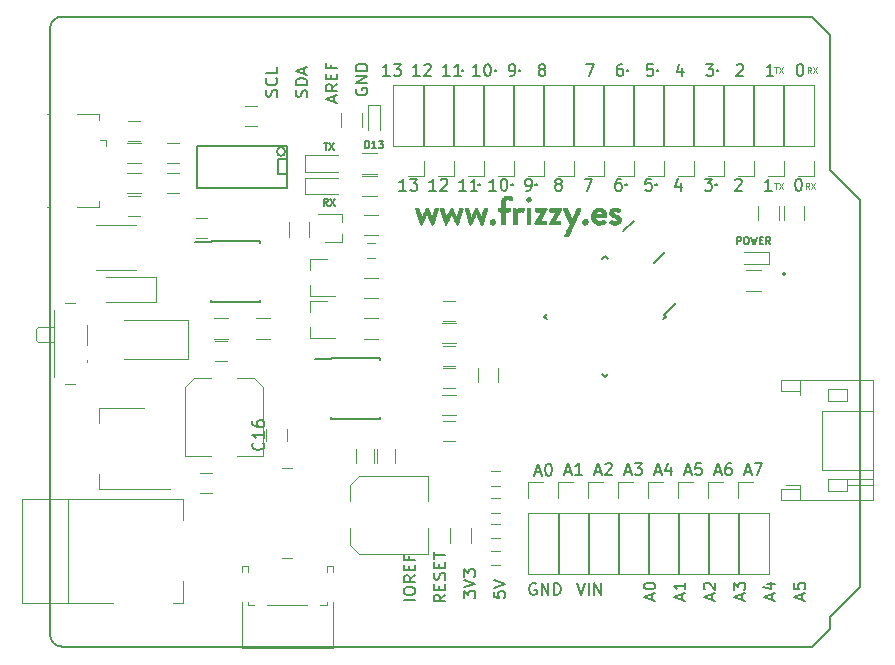
<source format=gbr>
%TF.GenerationSoftware,KiCad,Pcbnew,4.0.7*%
%TF.CreationDate,2018-06-08T10:12:50+02:00*%
%TF.ProjectId,Grape,47726170652E6B696361645F70636200,rev?*%
%TF.FileFunction,Legend,Top*%
%FSLAX46Y46*%
G04 Gerber Fmt 4.6, Leading zero omitted, Abs format (unit mm)*
G04 Created by KiCad (PCBNEW 4.0.7) date 06/08/18 10:12:50*
%MOMM*%
%LPD*%
G01*
G04 APERTURE LIST*
%ADD10C,0.150000*%
%ADD11C,0.127000*%
%ADD12C,0.100000*%
%ADD13C,0.200000*%
%ADD14C,0.120000*%
%ADD15C,0.203200*%
%ADD16C,0.010000*%
G04 APERTURE END LIST*
D10*
D11*
X146685000Y-65508143D02*
X146732619Y-65555762D01*
X146685000Y-65603381D01*
X146637381Y-65555762D01*
X146685000Y-65508143D01*
X146685000Y-65603381D01*
X149479000Y-65508143D02*
X149526619Y-65555762D01*
X149479000Y-65603381D01*
X149431381Y-65555762D01*
X149479000Y-65508143D01*
X149479000Y-65603381D01*
X151511000Y-65508143D02*
X151558619Y-65555762D01*
X151511000Y-65603381D01*
X151463381Y-65555762D01*
X151511000Y-65508143D01*
X151511000Y-65603381D01*
X160655000Y-65508143D02*
X160702619Y-65555762D01*
X160655000Y-65603381D01*
X160607381Y-65555762D01*
X160655000Y-65508143D01*
X160655000Y-65603381D01*
X163195000Y-65508143D02*
X163242619Y-65555762D01*
X163195000Y-65603381D01*
X163147381Y-65555762D01*
X163195000Y-65508143D01*
X163195000Y-65603381D01*
X168275000Y-65508143D02*
X168322619Y-65555762D01*
X168275000Y-65603381D01*
X168227381Y-65555762D01*
X168275000Y-65508143D01*
X168275000Y-65603381D01*
X168148000Y-75160143D02*
X168195619Y-75207762D01*
X168148000Y-75255381D01*
X168100381Y-75207762D01*
X168148000Y-75160143D01*
X168148000Y-75255381D01*
X163068000Y-75160143D02*
X163115619Y-75207762D01*
X163068000Y-75255381D01*
X163020381Y-75207762D01*
X163068000Y-75160143D01*
X163068000Y-75255381D01*
X160528000Y-75160143D02*
X160575619Y-75207762D01*
X160528000Y-75255381D01*
X160480381Y-75207762D01*
X160528000Y-75160143D01*
X160528000Y-75255381D01*
X152908000Y-75160143D02*
X152955619Y-75207762D01*
X152908000Y-75255381D01*
X152860381Y-75207762D01*
X152908000Y-75160143D01*
X152908000Y-75255381D01*
X150876000Y-75160143D02*
X150923619Y-75207762D01*
X150876000Y-75255381D01*
X150828381Y-75207762D01*
X150876000Y-75160143D01*
X150876000Y-75255381D01*
X148082000Y-75160143D02*
X148129619Y-75207762D01*
X148082000Y-75255381D01*
X148034381Y-75207762D01*
X148082000Y-75160143D01*
X148082000Y-75255381D01*
X176276000Y-114300000D02*
X112776000Y-114300000D01*
X177800000Y-112776000D02*
X177800000Y-111760000D01*
X177800000Y-112776000D02*
X176276000Y-114300000D01*
X176276000Y-60960000D02*
X112776000Y-60960000D01*
X111760000Y-61976000D02*
X111760000Y-113284000D01*
X111760000Y-113284000D02*
G75*
G03X112776000Y-114300000I1016000J0D01*
G01*
X112776000Y-60960000D02*
G75*
G03X111760000Y-61976000I0J-1016000D01*
G01*
X156384762Y-108926381D02*
X156718095Y-109926381D01*
X157051429Y-108926381D01*
X157384762Y-109926381D02*
X157384762Y-108926381D01*
X157860952Y-109926381D02*
X157860952Y-108926381D01*
X158432381Y-109926381D01*
X158432381Y-108926381D01*
X152908096Y-108974000D02*
X152812858Y-108926381D01*
X152670001Y-108926381D01*
X152527143Y-108974000D01*
X152431905Y-109069238D01*
X152384286Y-109164476D01*
X152336667Y-109354952D01*
X152336667Y-109497810D01*
X152384286Y-109688286D01*
X152431905Y-109783524D01*
X152527143Y-109878762D01*
X152670001Y-109926381D01*
X152765239Y-109926381D01*
X152908096Y-109878762D01*
X152955715Y-109831143D01*
X152955715Y-109497810D01*
X152765239Y-109497810D01*
X153384286Y-109926381D02*
X153384286Y-108926381D01*
X153955715Y-109926381D01*
X153955715Y-108926381D01*
X154431905Y-109926381D02*
X154431905Y-108926381D01*
X154670000Y-108926381D01*
X154812858Y-108974000D01*
X154908096Y-109069238D01*
X154955715Y-109164476D01*
X155003334Y-109354952D01*
X155003334Y-109497810D01*
X154955715Y-109688286D01*
X154908096Y-109783524D01*
X154812858Y-109878762D01*
X154670000Y-109926381D01*
X154431905Y-109926381D01*
X149312381Y-109664476D02*
X149312381Y-110140667D01*
X149788571Y-110188286D01*
X149740952Y-110140667D01*
X149693333Y-110045429D01*
X149693333Y-109807333D01*
X149740952Y-109712095D01*
X149788571Y-109664476D01*
X149883810Y-109616857D01*
X150121905Y-109616857D01*
X150217143Y-109664476D01*
X150264762Y-109712095D01*
X150312381Y-109807333D01*
X150312381Y-110045429D01*
X150264762Y-110140667D01*
X150217143Y-110188286D01*
X149312381Y-109331143D02*
X150312381Y-108997810D01*
X149312381Y-108664476D01*
X146772381Y-110204095D02*
X146772381Y-109585047D01*
X147153333Y-109918381D01*
X147153333Y-109775523D01*
X147200952Y-109680285D01*
X147248571Y-109632666D01*
X147343810Y-109585047D01*
X147581905Y-109585047D01*
X147677143Y-109632666D01*
X147724762Y-109680285D01*
X147772381Y-109775523D01*
X147772381Y-110061238D01*
X147724762Y-110156476D01*
X147677143Y-110204095D01*
X146772381Y-109299333D02*
X147772381Y-108966000D01*
X146772381Y-108632666D01*
X146772381Y-108394571D02*
X146772381Y-107775523D01*
X147153333Y-108108857D01*
X147153333Y-107965999D01*
X147200952Y-107870761D01*
X147248571Y-107823142D01*
X147343810Y-107775523D01*
X147581905Y-107775523D01*
X147677143Y-107823142D01*
X147724762Y-107870761D01*
X147772381Y-107965999D01*
X147772381Y-108251714D01*
X147724762Y-108346952D01*
X147677143Y-108394571D01*
X145232381Y-109910381D02*
X144756190Y-110243715D01*
X145232381Y-110481810D02*
X144232381Y-110481810D01*
X144232381Y-110100857D01*
X144280000Y-110005619D01*
X144327619Y-109958000D01*
X144422857Y-109910381D01*
X144565714Y-109910381D01*
X144660952Y-109958000D01*
X144708571Y-110005619D01*
X144756190Y-110100857D01*
X144756190Y-110481810D01*
X144708571Y-109481810D02*
X144708571Y-109148476D01*
X145232381Y-109005619D02*
X145232381Y-109481810D01*
X144232381Y-109481810D01*
X144232381Y-109005619D01*
X145184762Y-108624667D02*
X145232381Y-108481810D01*
X145232381Y-108243714D01*
X145184762Y-108148476D01*
X145137143Y-108100857D01*
X145041905Y-108053238D01*
X144946667Y-108053238D01*
X144851429Y-108100857D01*
X144803810Y-108148476D01*
X144756190Y-108243714D01*
X144708571Y-108434191D01*
X144660952Y-108529429D01*
X144613333Y-108577048D01*
X144518095Y-108624667D01*
X144422857Y-108624667D01*
X144327619Y-108577048D01*
X144280000Y-108529429D01*
X144232381Y-108434191D01*
X144232381Y-108196095D01*
X144280000Y-108053238D01*
X144708571Y-107624667D02*
X144708571Y-107291333D01*
X145232381Y-107148476D02*
X145232381Y-107624667D01*
X144232381Y-107624667D01*
X144232381Y-107148476D01*
X144232381Y-106862762D02*
X144232381Y-106291333D01*
X145232381Y-106577048D02*
X144232381Y-106577048D01*
X142692381Y-110362762D02*
X141692381Y-110362762D01*
X141692381Y-109696096D02*
X141692381Y-109505619D01*
X141740000Y-109410381D01*
X141835238Y-109315143D01*
X142025714Y-109267524D01*
X142359048Y-109267524D01*
X142549524Y-109315143D01*
X142644762Y-109410381D01*
X142692381Y-109505619D01*
X142692381Y-109696096D01*
X142644762Y-109791334D01*
X142549524Y-109886572D01*
X142359048Y-109934191D01*
X142025714Y-109934191D01*
X141835238Y-109886572D01*
X141740000Y-109791334D01*
X141692381Y-109696096D01*
X142692381Y-108267524D02*
X142216190Y-108600858D01*
X142692381Y-108838953D02*
X141692381Y-108838953D01*
X141692381Y-108458000D01*
X141740000Y-108362762D01*
X141787619Y-108315143D01*
X141882857Y-108267524D01*
X142025714Y-108267524D01*
X142120952Y-108315143D01*
X142168571Y-108362762D01*
X142216190Y-108458000D01*
X142216190Y-108838953D01*
X142168571Y-107838953D02*
X142168571Y-107505619D01*
X142692381Y-107362762D02*
X142692381Y-107838953D01*
X141692381Y-107838953D01*
X141692381Y-107362762D01*
X142168571Y-106600857D02*
X142168571Y-106934191D01*
X142692381Y-106934191D02*
X141692381Y-106934191D01*
X141692381Y-106458000D01*
X130960762Y-67738476D02*
X131008381Y-67595619D01*
X131008381Y-67357523D01*
X130960762Y-67262285D01*
X130913143Y-67214666D01*
X130817905Y-67167047D01*
X130722667Y-67167047D01*
X130627429Y-67214666D01*
X130579810Y-67262285D01*
X130532190Y-67357523D01*
X130484571Y-67548000D01*
X130436952Y-67643238D01*
X130389333Y-67690857D01*
X130294095Y-67738476D01*
X130198857Y-67738476D01*
X130103619Y-67690857D01*
X130056000Y-67643238D01*
X130008381Y-67548000D01*
X130008381Y-67309904D01*
X130056000Y-67167047D01*
X130913143Y-66167047D02*
X130960762Y-66214666D01*
X131008381Y-66357523D01*
X131008381Y-66452761D01*
X130960762Y-66595619D01*
X130865524Y-66690857D01*
X130770286Y-66738476D01*
X130579810Y-66786095D01*
X130436952Y-66786095D01*
X130246476Y-66738476D01*
X130151238Y-66690857D01*
X130056000Y-66595619D01*
X130008381Y-66452761D01*
X130008381Y-66357523D01*
X130056000Y-66214666D01*
X130103619Y-66167047D01*
X131008381Y-65262285D02*
X131008381Y-65738476D01*
X130008381Y-65738476D01*
X133500762Y-67762286D02*
X133548381Y-67619429D01*
X133548381Y-67381333D01*
X133500762Y-67286095D01*
X133453143Y-67238476D01*
X133357905Y-67190857D01*
X133262667Y-67190857D01*
X133167429Y-67238476D01*
X133119810Y-67286095D01*
X133072190Y-67381333D01*
X133024571Y-67571810D01*
X132976952Y-67667048D01*
X132929333Y-67714667D01*
X132834095Y-67762286D01*
X132738857Y-67762286D01*
X132643619Y-67714667D01*
X132596000Y-67667048D01*
X132548381Y-67571810D01*
X132548381Y-67333714D01*
X132596000Y-67190857D01*
X133548381Y-66762286D02*
X132548381Y-66762286D01*
X132548381Y-66524191D01*
X132596000Y-66381333D01*
X132691238Y-66286095D01*
X132786476Y-66238476D01*
X132976952Y-66190857D01*
X133119810Y-66190857D01*
X133310286Y-66238476D01*
X133405524Y-66286095D01*
X133500762Y-66381333D01*
X133548381Y-66524191D01*
X133548381Y-66762286D01*
X133262667Y-65809905D02*
X133262667Y-65333714D01*
X133548381Y-65905143D02*
X132548381Y-65571810D01*
X133548381Y-65238476D01*
X135802667Y-68167048D02*
X135802667Y-67690857D01*
X136088381Y-68262286D02*
X135088381Y-67928953D01*
X136088381Y-67595619D01*
X136088381Y-66690857D02*
X135612190Y-67024191D01*
X136088381Y-67262286D02*
X135088381Y-67262286D01*
X135088381Y-66881333D01*
X135136000Y-66786095D01*
X135183619Y-66738476D01*
X135278857Y-66690857D01*
X135421714Y-66690857D01*
X135516952Y-66738476D01*
X135564571Y-66786095D01*
X135612190Y-66881333D01*
X135612190Y-67262286D01*
X135564571Y-66262286D02*
X135564571Y-65928952D01*
X136088381Y-65786095D02*
X136088381Y-66262286D01*
X135088381Y-66262286D01*
X135088381Y-65786095D01*
X135564571Y-65024190D02*
X135564571Y-65357524D01*
X136088381Y-65357524D02*
X135088381Y-65357524D01*
X135088381Y-64881333D01*
X137676000Y-67055904D02*
X137628381Y-67151142D01*
X137628381Y-67293999D01*
X137676000Y-67436857D01*
X137771238Y-67532095D01*
X137866476Y-67579714D01*
X138056952Y-67627333D01*
X138199810Y-67627333D01*
X138390286Y-67579714D01*
X138485524Y-67532095D01*
X138580762Y-67436857D01*
X138628381Y-67293999D01*
X138628381Y-67198761D01*
X138580762Y-67055904D01*
X138533143Y-67008285D01*
X138199810Y-67008285D01*
X138199810Y-67198761D01*
X138628381Y-66579714D02*
X137628381Y-66579714D01*
X138628381Y-66008285D01*
X137628381Y-66008285D01*
X138628381Y-65532095D02*
X137628381Y-65532095D01*
X137628381Y-65294000D01*
X137676000Y-65151142D01*
X137771238Y-65055904D01*
X137866476Y-65008285D01*
X138056952Y-64960666D01*
X138199810Y-64960666D01*
X138390286Y-65008285D01*
X138485524Y-65055904D01*
X138580762Y-65151142D01*
X138628381Y-65294000D01*
X138628381Y-65532095D01*
D12*
X176192667Y-65758190D02*
X176026000Y-65520095D01*
X175906953Y-65758190D02*
X175906953Y-65258190D01*
X176097429Y-65258190D01*
X176145048Y-65282000D01*
X176168857Y-65305810D01*
X176192667Y-65353429D01*
X176192667Y-65424857D01*
X176168857Y-65472476D01*
X176145048Y-65496286D01*
X176097429Y-65520095D01*
X175906953Y-65520095D01*
X176359334Y-65258190D02*
X176692667Y-65758190D01*
X176692667Y-65258190D02*
X176359334Y-65758190D01*
D11*
X175212381Y-64984381D02*
X175307620Y-64984381D01*
X175402858Y-65032000D01*
X175450477Y-65079619D01*
X175498096Y-65174857D01*
X175545715Y-65365333D01*
X175545715Y-65603429D01*
X175498096Y-65793905D01*
X175450477Y-65889143D01*
X175402858Y-65936762D01*
X175307620Y-65984381D01*
X175212381Y-65984381D01*
X175117143Y-65936762D01*
X175069524Y-65889143D01*
X175021905Y-65793905D01*
X174974286Y-65603429D01*
X174974286Y-65365333D01*
X175021905Y-65174857D01*
X175069524Y-65079619D01*
X175117143Y-65032000D01*
X175212381Y-64984381D01*
D12*
X173101048Y-65258190D02*
X173386762Y-65258190D01*
X173243905Y-65758190D02*
X173243905Y-65258190D01*
X173505810Y-65258190D02*
X173839143Y-65758190D01*
X173839143Y-65258190D02*
X173505810Y-65758190D01*
D11*
X173005715Y-65984381D02*
X172434286Y-65984381D01*
X172720000Y-65984381D02*
X172720000Y-64984381D01*
X172624762Y-65127238D01*
X172529524Y-65222476D01*
X172434286Y-65270095D01*
X169894286Y-65079619D02*
X169941905Y-65032000D01*
X170037143Y-64984381D01*
X170275239Y-64984381D01*
X170370477Y-65032000D01*
X170418096Y-65079619D01*
X170465715Y-65174857D01*
X170465715Y-65270095D01*
X170418096Y-65412952D01*
X169846667Y-65984381D01*
X170465715Y-65984381D01*
X167306667Y-64984381D02*
X167925715Y-64984381D01*
X167592381Y-65365333D01*
X167735239Y-65365333D01*
X167830477Y-65412952D01*
X167878096Y-65460571D01*
X167925715Y-65555810D01*
X167925715Y-65793905D01*
X167878096Y-65889143D01*
X167830477Y-65936762D01*
X167735239Y-65984381D01*
X167449524Y-65984381D01*
X167354286Y-65936762D01*
X167306667Y-65889143D01*
X165290477Y-65317714D02*
X165290477Y-65984381D01*
X165052381Y-64936762D02*
X164814286Y-65651048D01*
X165433334Y-65651048D01*
X162798096Y-64984381D02*
X162321905Y-64984381D01*
X162274286Y-65460571D01*
X162321905Y-65412952D01*
X162417143Y-65365333D01*
X162655239Y-65365333D01*
X162750477Y-65412952D01*
X162798096Y-65460571D01*
X162845715Y-65555810D01*
X162845715Y-65793905D01*
X162798096Y-65889143D01*
X162750477Y-65936762D01*
X162655239Y-65984381D01*
X162417143Y-65984381D01*
X162321905Y-65936762D01*
X162274286Y-65889143D01*
X160210477Y-64984381D02*
X160020000Y-64984381D01*
X159924762Y-65032000D01*
X159877143Y-65079619D01*
X159781905Y-65222476D01*
X159734286Y-65412952D01*
X159734286Y-65793905D01*
X159781905Y-65889143D01*
X159829524Y-65936762D01*
X159924762Y-65984381D01*
X160115239Y-65984381D01*
X160210477Y-65936762D01*
X160258096Y-65889143D01*
X160305715Y-65793905D01*
X160305715Y-65555810D01*
X160258096Y-65460571D01*
X160210477Y-65412952D01*
X160115239Y-65365333D01*
X159924762Y-65365333D01*
X159829524Y-65412952D01*
X159781905Y-65460571D01*
X159734286Y-65555810D01*
X157146667Y-64984381D02*
X157813334Y-64984381D01*
X157384762Y-65984381D01*
X153320762Y-65412952D02*
X153225524Y-65365333D01*
X153177905Y-65317714D01*
X153130286Y-65222476D01*
X153130286Y-65174857D01*
X153177905Y-65079619D01*
X153225524Y-65032000D01*
X153320762Y-64984381D01*
X153511239Y-64984381D01*
X153606477Y-65032000D01*
X153654096Y-65079619D01*
X153701715Y-65174857D01*
X153701715Y-65222476D01*
X153654096Y-65317714D01*
X153606477Y-65365333D01*
X153511239Y-65412952D01*
X153320762Y-65412952D01*
X153225524Y-65460571D01*
X153177905Y-65508190D01*
X153130286Y-65603429D01*
X153130286Y-65793905D01*
X153177905Y-65889143D01*
X153225524Y-65936762D01*
X153320762Y-65984381D01*
X153511239Y-65984381D01*
X153606477Y-65936762D01*
X153654096Y-65889143D01*
X153701715Y-65793905D01*
X153701715Y-65603429D01*
X153654096Y-65508190D01*
X153606477Y-65460571D01*
X153511239Y-65412952D01*
X150685524Y-65984381D02*
X150876000Y-65984381D01*
X150971239Y-65936762D01*
X151018858Y-65889143D01*
X151114096Y-65746286D01*
X151161715Y-65555810D01*
X151161715Y-65174857D01*
X151114096Y-65079619D01*
X151066477Y-65032000D01*
X150971239Y-64984381D01*
X150780762Y-64984381D01*
X150685524Y-65032000D01*
X150637905Y-65079619D01*
X150590286Y-65174857D01*
X150590286Y-65412952D01*
X150637905Y-65508190D01*
X150685524Y-65555810D01*
X150780762Y-65603429D01*
X150971239Y-65603429D01*
X151066477Y-65555810D01*
X151114096Y-65508190D01*
X151161715Y-65412952D01*
X148145524Y-65984381D02*
X147574095Y-65984381D01*
X147859809Y-65984381D02*
X147859809Y-64984381D01*
X147764571Y-65127238D01*
X147669333Y-65222476D01*
X147574095Y-65270095D01*
X148764571Y-64984381D02*
X148859810Y-64984381D01*
X148955048Y-65032000D01*
X149002667Y-65079619D01*
X149050286Y-65174857D01*
X149097905Y-65365333D01*
X149097905Y-65603429D01*
X149050286Y-65793905D01*
X149002667Y-65889143D01*
X148955048Y-65936762D01*
X148859810Y-65984381D01*
X148764571Y-65984381D01*
X148669333Y-65936762D01*
X148621714Y-65889143D01*
X148574095Y-65793905D01*
X148526476Y-65603429D01*
X148526476Y-65365333D01*
X148574095Y-65174857D01*
X148621714Y-65079619D01*
X148669333Y-65032000D01*
X148764571Y-64984381D01*
X145605524Y-65984381D02*
X145034095Y-65984381D01*
X145319809Y-65984381D02*
X145319809Y-64984381D01*
X145224571Y-65127238D01*
X145129333Y-65222476D01*
X145034095Y-65270095D01*
X146557905Y-65984381D02*
X145986476Y-65984381D01*
X146272190Y-65984381D02*
X146272190Y-64984381D01*
X146176952Y-65127238D01*
X146081714Y-65222476D01*
X145986476Y-65270095D01*
X143065524Y-65984381D02*
X142494095Y-65984381D01*
X142779809Y-65984381D02*
X142779809Y-64984381D01*
X142684571Y-65127238D01*
X142589333Y-65222476D01*
X142494095Y-65270095D01*
X143446476Y-65079619D02*
X143494095Y-65032000D01*
X143589333Y-64984381D01*
X143827429Y-64984381D01*
X143922667Y-65032000D01*
X143970286Y-65079619D01*
X144017905Y-65174857D01*
X144017905Y-65270095D01*
X143970286Y-65412952D01*
X143398857Y-65984381D01*
X144017905Y-65984381D01*
X140525524Y-65984381D02*
X139954095Y-65984381D01*
X140239809Y-65984381D02*
X140239809Y-64984381D01*
X140144571Y-65127238D01*
X140049333Y-65222476D01*
X139954095Y-65270095D01*
X140858857Y-64984381D02*
X141477905Y-64984381D01*
X141144571Y-65365333D01*
X141287429Y-65365333D01*
X141382667Y-65412952D01*
X141430286Y-65460571D01*
X141477905Y-65555810D01*
X141477905Y-65793905D01*
X141430286Y-65889143D01*
X141382667Y-65936762D01*
X141287429Y-65984381D01*
X141001714Y-65984381D01*
X140906476Y-65936762D01*
X140858857Y-65889143D01*
D12*
X176065667Y-75537190D02*
X175899000Y-75299095D01*
X175779953Y-75537190D02*
X175779953Y-75037190D01*
X175970429Y-75037190D01*
X176018048Y-75061000D01*
X176041857Y-75084810D01*
X176065667Y-75132429D01*
X176065667Y-75203857D01*
X176041857Y-75251476D01*
X176018048Y-75275286D01*
X175970429Y-75299095D01*
X175779953Y-75299095D01*
X176232334Y-75037190D02*
X176565667Y-75537190D01*
X176565667Y-75037190D02*
X176232334Y-75537190D01*
X173101048Y-75037190D02*
X173386762Y-75037190D01*
X173243905Y-75537190D02*
X173243905Y-75037190D01*
X173505810Y-75037190D02*
X173839143Y-75537190D01*
X173839143Y-75037190D02*
X173505810Y-75537190D01*
D11*
X175085381Y-74699881D02*
X175180620Y-74699881D01*
X175275858Y-74747500D01*
X175323477Y-74795119D01*
X175371096Y-74890357D01*
X175418715Y-75080833D01*
X175418715Y-75318929D01*
X175371096Y-75509405D01*
X175323477Y-75604643D01*
X175275858Y-75652262D01*
X175180620Y-75699881D01*
X175085381Y-75699881D01*
X174990143Y-75652262D01*
X174942524Y-75604643D01*
X174894905Y-75509405D01*
X174847286Y-75318929D01*
X174847286Y-75080833D01*
X174894905Y-74890357D01*
X174942524Y-74795119D01*
X174990143Y-74747500D01*
X175085381Y-74699881D01*
X172878715Y-75699881D02*
X172307286Y-75699881D01*
X172593000Y-75699881D02*
X172593000Y-74699881D01*
X172497762Y-74842738D01*
X172402524Y-74937976D01*
X172307286Y-74985595D01*
X138463428Y-72089929D02*
X138463428Y-71489929D01*
X138606285Y-71489929D01*
X138692000Y-71518500D01*
X138749142Y-71575643D01*
X138777714Y-71632786D01*
X138806285Y-71747071D01*
X138806285Y-71832786D01*
X138777714Y-71947071D01*
X138749142Y-72004214D01*
X138692000Y-72061357D01*
X138606285Y-72089929D01*
X138463428Y-72089929D01*
X139377714Y-72089929D02*
X139034857Y-72089929D01*
X139206285Y-72089929D02*
X139206285Y-71489929D01*
X139149142Y-71575643D01*
X139092000Y-71632786D01*
X139034857Y-71661357D01*
X139577714Y-71489929D02*
X139949143Y-71489929D01*
X139749143Y-71718500D01*
X139834857Y-71718500D01*
X139892000Y-71747071D01*
X139920571Y-71775643D01*
X139949143Y-71832786D01*
X139949143Y-71975643D01*
X139920571Y-72032786D01*
X139892000Y-72061357D01*
X139834857Y-72089929D01*
X139663429Y-72089929D01*
X139606286Y-72061357D01*
X139577714Y-72032786D01*
X135282000Y-76979429D02*
X135082000Y-76693714D01*
X134939143Y-76979429D02*
X134939143Y-76379429D01*
X135167715Y-76379429D01*
X135224857Y-76408000D01*
X135253429Y-76436571D01*
X135282000Y-76493714D01*
X135282000Y-76579429D01*
X135253429Y-76636571D01*
X135224857Y-76665143D01*
X135167715Y-76693714D01*
X134939143Y-76693714D01*
X135482000Y-76379429D02*
X135882000Y-76979429D01*
X135882000Y-76379429D02*
X135482000Y-76979429D01*
X134924857Y-71680429D02*
X135267714Y-71680429D01*
X135096285Y-72280429D02*
X135096285Y-71680429D01*
X135410571Y-71680429D02*
X135810571Y-72280429D01*
X135810571Y-71680429D02*
X135410571Y-72280429D01*
X169937286Y-80217929D02*
X169937286Y-79617929D01*
X170165858Y-79617929D01*
X170223000Y-79646500D01*
X170251572Y-79675071D01*
X170280143Y-79732214D01*
X170280143Y-79817929D01*
X170251572Y-79875071D01*
X170223000Y-79903643D01*
X170165858Y-79932214D01*
X169937286Y-79932214D01*
X170651572Y-79617929D02*
X170765858Y-79617929D01*
X170823000Y-79646500D01*
X170880143Y-79703643D01*
X170908715Y-79817929D01*
X170908715Y-80017929D01*
X170880143Y-80132214D01*
X170823000Y-80189357D01*
X170765858Y-80217929D01*
X170651572Y-80217929D01*
X170594429Y-80189357D01*
X170537286Y-80132214D01*
X170508715Y-80017929D01*
X170508715Y-79817929D01*
X170537286Y-79703643D01*
X170594429Y-79646500D01*
X170651572Y-79617929D01*
X171108714Y-79617929D02*
X171251571Y-80217929D01*
X171365857Y-79789357D01*
X171480143Y-80217929D01*
X171623000Y-79617929D01*
X171851571Y-79903643D02*
X172051571Y-79903643D01*
X172137285Y-80217929D02*
X171851571Y-80217929D01*
X171851571Y-79617929D01*
X172137285Y-79617929D01*
X172737285Y-80217929D02*
X172537285Y-79932214D01*
X172394428Y-80217929D02*
X172394428Y-79617929D01*
X172623000Y-79617929D01*
X172680142Y-79646500D01*
X172708714Y-79675071D01*
X172737285Y-79732214D01*
X172737285Y-79817929D01*
X172708714Y-79875071D01*
X172680142Y-79903643D01*
X172623000Y-79932214D01*
X172394428Y-79932214D01*
X175426667Y-110315286D02*
X175426667Y-109839095D01*
X175712381Y-110410524D02*
X174712381Y-110077191D01*
X175712381Y-109743857D01*
X174712381Y-108934333D02*
X174712381Y-109410524D01*
X175188571Y-109458143D01*
X175140952Y-109410524D01*
X175093333Y-109315286D01*
X175093333Y-109077190D01*
X175140952Y-108981952D01*
X175188571Y-108934333D01*
X175283810Y-108886714D01*
X175521905Y-108886714D01*
X175617143Y-108934333D01*
X175664762Y-108981952D01*
X175712381Y-109077190D01*
X175712381Y-109315286D01*
X175664762Y-109410524D01*
X175617143Y-109458143D01*
X172886667Y-110315286D02*
X172886667Y-109839095D01*
X173172381Y-110410524D02*
X172172381Y-110077191D01*
X173172381Y-109743857D01*
X172505714Y-108981952D02*
X173172381Y-108981952D01*
X172124762Y-109220048D02*
X172839048Y-109458143D01*
X172839048Y-108839095D01*
X170346667Y-110315286D02*
X170346667Y-109839095D01*
X170632381Y-110410524D02*
X169632381Y-110077191D01*
X170632381Y-109743857D01*
X169632381Y-109505762D02*
X169632381Y-108886714D01*
X170013333Y-109220048D01*
X170013333Y-109077190D01*
X170060952Y-108981952D01*
X170108571Y-108934333D01*
X170203810Y-108886714D01*
X170441905Y-108886714D01*
X170537143Y-108934333D01*
X170584762Y-108981952D01*
X170632381Y-109077190D01*
X170632381Y-109362905D01*
X170584762Y-109458143D01*
X170537143Y-109505762D01*
X167806667Y-110315286D02*
X167806667Y-109839095D01*
X168092381Y-110410524D02*
X167092381Y-110077191D01*
X168092381Y-109743857D01*
X167187619Y-109458143D02*
X167140000Y-109410524D01*
X167092381Y-109315286D01*
X167092381Y-109077190D01*
X167140000Y-108981952D01*
X167187619Y-108934333D01*
X167282857Y-108886714D01*
X167378095Y-108886714D01*
X167520952Y-108934333D01*
X168092381Y-109505762D01*
X168092381Y-108886714D01*
X165266667Y-110315286D02*
X165266667Y-109839095D01*
X165552381Y-110410524D02*
X164552381Y-110077191D01*
X165552381Y-109743857D01*
X165552381Y-108886714D02*
X165552381Y-109458143D01*
X165552381Y-109172429D02*
X164552381Y-109172429D01*
X164695238Y-109267667D01*
X164790476Y-109362905D01*
X164838095Y-109458143D01*
X162726667Y-110315286D02*
X162726667Y-109839095D01*
X163012381Y-110410524D02*
X162012381Y-110077191D01*
X163012381Y-109743857D01*
X162012381Y-109220048D02*
X162012381Y-109124809D01*
X162060000Y-109029571D01*
X162107619Y-108981952D01*
X162202857Y-108934333D01*
X162393333Y-108886714D01*
X162631429Y-108886714D01*
X162821905Y-108934333D01*
X162917143Y-108981952D01*
X162964762Y-109029571D01*
X163012381Y-109124809D01*
X163012381Y-109220048D01*
X162964762Y-109315286D01*
X162917143Y-109362905D01*
X162821905Y-109410524D01*
X162631429Y-109458143D01*
X162393333Y-109458143D01*
X162202857Y-109410524D01*
X162107619Y-109362905D01*
X162060000Y-109315286D01*
X162012381Y-109220048D01*
D13*
X173926500Y-82629286D02*
X174021739Y-82724524D01*
X173926500Y-82819762D01*
X173831262Y-82724524D01*
X173926500Y-82629286D01*
X173926500Y-82819762D01*
D11*
X169767286Y-74795119D02*
X169814905Y-74747500D01*
X169910143Y-74699881D01*
X170148239Y-74699881D01*
X170243477Y-74747500D01*
X170291096Y-74795119D01*
X170338715Y-74890357D01*
X170338715Y-74985595D01*
X170291096Y-75128452D01*
X169719667Y-75699881D01*
X170338715Y-75699881D01*
X167179667Y-74699881D02*
X167798715Y-74699881D01*
X167465381Y-75080833D01*
X167608239Y-75080833D01*
X167703477Y-75128452D01*
X167751096Y-75176071D01*
X167798715Y-75271310D01*
X167798715Y-75509405D01*
X167751096Y-75604643D01*
X167703477Y-75652262D01*
X167608239Y-75699881D01*
X167322524Y-75699881D01*
X167227286Y-75652262D01*
X167179667Y-75604643D01*
X165163477Y-75033214D02*
X165163477Y-75699881D01*
X164925381Y-74652262D02*
X164687286Y-75366548D01*
X165306334Y-75366548D01*
X162671096Y-74699881D02*
X162194905Y-74699881D01*
X162147286Y-75176071D01*
X162194905Y-75128452D01*
X162290143Y-75080833D01*
X162528239Y-75080833D01*
X162623477Y-75128452D01*
X162671096Y-75176071D01*
X162718715Y-75271310D01*
X162718715Y-75509405D01*
X162671096Y-75604643D01*
X162623477Y-75652262D01*
X162528239Y-75699881D01*
X162290143Y-75699881D01*
X162194905Y-75652262D01*
X162147286Y-75604643D01*
X160083477Y-74699881D02*
X159893000Y-74699881D01*
X159797762Y-74747500D01*
X159750143Y-74795119D01*
X159654905Y-74937976D01*
X159607286Y-75128452D01*
X159607286Y-75509405D01*
X159654905Y-75604643D01*
X159702524Y-75652262D01*
X159797762Y-75699881D01*
X159988239Y-75699881D01*
X160083477Y-75652262D01*
X160131096Y-75604643D01*
X160178715Y-75509405D01*
X160178715Y-75271310D01*
X160131096Y-75176071D01*
X160083477Y-75128452D01*
X159988239Y-75080833D01*
X159797762Y-75080833D01*
X159702524Y-75128452D01*
X159654905Y-75176071D01*
X159607286Y-75271310D01*
X157019667Y-74699881D02*
X157686334Y-74699881D01*
X157257762Y-75699881D01*
X154717762Y-75128452D02*
X154622524Y-75080833D01*
X154574905Y-75033214D01*
X154527286Y-74937976D01*
X154527286Y-74890357D01*
X154574905Y-74795119D01*
X154622524Y-74747500D01*
X154717762Y-74699881D01*
X154908239Y-74699881D01*
X155003477Y-74747500D01*
X155051096Y-74795119D01*
X155098715Y-74890357D01*
X155098715Y-74937976D01*
X155051096Y-75033214D01*
X155003477Y-75080833D01*
X154908239Y-75128452D01*
X154717762Y-75128452D01*
X154622524Y-75176071D01*
X154574905Y-75223690D01*
X154527286Y-75318929D01*
X154527286Y-75509405D01*
X154574905Y-75604643D01*
X154622524Y-75652262D01*
X154717762Y-75699881D01*
X154908239Y-75699881D01*
X155003477Y-75652262D01*
X155051096Y-75604643D01*
X155098715Y-75509405D01*
X155098715Y-75318929D01*
X155051096Y-75223690D01*
X155003477Y-75176071D01*
X154908239Y-75128452D01*
X152082524Y-75699881D02*
X152273000Y-75699881D01*
X152368239Y-75652262D01*
X152415858Y-75604643D01*
X152511096Y-75461786D01*
X152558715Y-75271310D01*
X152558715Y-74890357D01*
X152511096Y-74795119D01*
X152463477Y-74747500D01*
X152368239Y-74699881D01*
X152177762Y-74699881D01*
X152082524Y-74747500D01*
X152034905Y-74795119D01*
X151987286Y-74890357D01*
X151987286Y-75128452D01*
X152034905Y-75223690D01*
X152082524Y-75271310D01*
X152177762Y-75318929D01*
X152368239Y-75318929D01*
X152463477Y-75271310D01*
X152511096Y-75223690D01*
X152558715Y-75128452D01*
X149542524Y-75699881D02*
X148971095Y-75699881D01*
X149256809Y-75699881D02*
X149256809Y-74699881D01*
X149161571Y-74842738D01*
X149066333Y-74937976D01*
X148971095Y-74985595D01*
X150161571Y-74699881D02*
X150256810Y-74699881D01*
X150352048Y-74747500D01*
X150399667Y-74795119D01*
X150447286Y-74890357D01*
X150494905Y-75080833D01*
X150494905Y-75318929D01*
X150447286Y-75509405D01*
X150399667Y-75604643D01*
X150352048Y-75652262D01*
X150256810Y-75699881D01*
X150161571Y-75699881D01*
X150066333Y-75652262D01*
X150018714Y-75604643D01*
X149971095Y-75509405D01*
X149923476Y-75318929D01*
X149923476Y-75080833D01*
X149971095Y-74890357D01*
X150018714Y-74795119D01*
X150066333Y-74747500D01*
X150161571Y-74699881D01*
X147002524Y-75699881D02*
X146431095Y-75699881D01*
X146716809Y-75699881D02*
X146716809Y-74699881D01*
X146621571Y-74842738D01*
X146526333Y-74937976D01*
X146431095Y-74985595D01*
X147954905Y-75699881D02*
X147383476Y-75699881D01*
X147669190Y-75699881D02*
X147669190Y-74699881D01*
X147573952Y-74842738D01*
X147478714Y-74937976D01*
X147383476Y-74985595D01*
X144462524Y-75699881D02*
X143891095Y-75699881D01*
X144176809Y-75699881D02*
X144176809Y-74699881D01*
X144081571Y-74842738D01*
X143986333Y-74937976D01*
X143891095Y-74985595D01*
X144843476Y-74795119D02*
X144891095Y-74747500D01*
X144986333Y-74699881D01*
X145224429Y-74699881D01*
X145319667Y-74747500D01*
X145367286Y-74795119D01*
X145414905Y-74890357D01*
X145414905Y-74985595D01*
X145367286Y-75128452D01*
X144795857Y-75699881D01*
X145414905Y-75699881D01*
X141922524Y-75699881D02*
X141351095Y-75699881D01*
X141636809Y-75699881D02*
X141636809Y-74699881D01*
X141541571Y-74842738D01*
X141446333Y-74937976D01*
X141351095Y-74985595D01*
X142255857Y-74699881D02*
X142874905Y-74699881D01*
X142541571Y-75080833D01*
X142684429Y-75080833D01*
X142779667Y-75128452D01*
X142827286Y-75176071D01*
X142874905Y-75271310D01*
X142874905Y-75509405D01*
X142827286Y-75604643D01*
X142779667Y-75652262D01*
X142684429Y-75699881D01*
X142398714Y-75699881D01*
X142303476Y-75652262D01*
X142255857Y-75604643D01*
X170608714Y-99480667D02*
X171084905Y-99480667D01*
X170513476Y-99766381D02*
X170846809Y-98766381D01*
X171180143Y-99766381D01*
X171418238Y-98766381D02*
X172084905Y-98766381D01*
X171656333Y-99766381D01*
X168068714Y-99480667D02*
X168544905Y-99480667D01*
X167973476Y-99766381D02*
X168306809Y-98766381D01*
X168640143Y-99766381D01*
X169402048Y-98766381D02*
X169211571Y-98766381D01*
X169116333Y-98814000D01*
X169068714Y-98861619D01*
X168973476Y-99004476D01*
X168925857Y-99194952D01*
X168925857Y-99575905D01*
X168973476Y-99671143D01*
X169021095Y-99718762D01*
X169116333Y-99766381D01*
X169306810Y-99766381D01*
X169402048Y-99718762D01*
X169449667Y-99671143D01*
X169497286Y-99575905D01*
X169497286Y-99337810D01*
X169449667Y-99242571D01*
X169402048Y-99194952D01*
X169306810Y-99147333D01*
X169116333Y-99147333D01*
X169021095Y-99194952D01*
X168973476Y-99242571D01*
X168925857Y-99337810D01*
X165528714Y-99480667D02*
X166004905Y-99480667D01*
X165433476Y-99766381D02*
X165766809Y-98766381D01*
X166100143Y-99766381D01*
X166909667Y-98766381D02*
X166433476Y-98766381D01*
X166385857Y-99242571D01*
X166433476Y-99194952D01*
X166528714Y-99147333D01*
X166766810Y-99147333D01*
X166862048Y-99194952D01*
X166909667Y-99242571D01*
X166957286Y-99337810D01*
X166957286Y-99575905D01*
X166909667Y-99671143D01*
X166862048Y-99718762D01*
X166766810Y-99766381D01*
X166528714Y-99766381D01*
X166433476Y-99718762D01*
X166385857Y-99671143D01*
X162988714Y-99480667D02*
X163464905Y-99480667D01*
X162893476Y-99766381D02*
X163226809Y-98766381D01*
X163560143Y-99766381D01*
X164322048Y-99099714D02*
X164322048Y-99766381D01*
X164083952Y-98718762D02*
X163845857Y-99433048D01*
X164464905Y-99433048D01*
X160448714Y-99480667D02*
X160924905Y-99480667D01*
X160353476Y-99766381D02*
X160686809Y-98766381D01*
X161020143Y-99766381D01*
X161258238Y-98766381D02*
X161877286Y-98766381D01*
X161543952Y-99147333D01*
X161686810Y-99147333D01*
X161782048Y-99194952D01*
X161829667Y-99242571D01*
X161877286Y-99337810D01*
X161877286Y-99575905D01*
X161829667Y-99671143D01*
X161782048Y-99718762D01*
X161686810Y-99766381D01*
X161401095Y-99766381D01*
X161305857Y-99718762D01*
X161258238Y-99671143D01*
X157908714Y-99480667D02*
X158384905Y-99480667D01*
X157813476Y-99766381D02*
X158146809Y-98766381D01*
X158480143Y-99766381D01*
X158765857Y-98861619D02*
X158813476Y-98814000D01*
X158908714Y-98766381D01*
X159146810Y-98766381D01*
X159242048Y-98814000D01*
X159289667Y-98861619D01*
X159337286Y-98956857D01*
X159337286Y-99052095D01*
X159289667Y-99194952D01*
X158718238Y-99766381D01*
X159337286Y-99766381D01*
X155368714Y-99480667D02*
X155844905Y-99480667D01*
X155273476Y-99766381D02*
X155606809Y-98766381D01*
X155940143Y-99766381D01*
X156797286Y-99766381D02*
X156225857Y-99766381D01*
X156511571Y-99766381D02*
X156511571Y-98766381D01*
X156416333Y-98909238D01*
X156321095Y-99004476D01*
X156225857Y-99052095D01*
X152828714Y-99544167D02*
X153304905Y-99544167D01*
X152733476Y-99829881D02*
X153066809Y-98829881D01*
X153400143Y-99829881D01*
X153923952Y-98829881D02*
X154019191Y-98829881D01*
X154114429Y-98877500D01*
X154162048Y-98925119D01*
X154209667Y-99020357D01*
X154257286Y-99210833D01*
X154257286Y-99448929D01*
X154209667Y-99639405D01*
X154162048Y-99734643D01*
X154114429Y-99782262D01*
X154019191Y-99829881D01*
X153923952Y-99829881D01*
X153828714Y-99782262D01*
X153781095Y-99734643D01*
X153733476Y-99639405D01*
X153685857Y-99448929D01*
X153685857Y-99210833D01*
X153733476Y-99020357D01*
X153781095Y-98925119D01*
X153828714Y-98877500D01*
X153923952Y-98829881D01*
X180340000Y-109220000D02*
X177800000Y-111760000D01*
X180340000Y-76454000D02*
X180340000Y-109220000D01*
X177800000Y-73914000D02*
X180340000Y-76454000D01*
X177800000Y-62484000D02*
X177800000Y-73914000D01*
X176276000Y-60960000D02*
X177800000Y-62484000D01*
D14*
X128278000Y-70192000D02*
X129278000Y-70192000D01*
X129278000Y-68492000D02*
X128278000Y-68492000D01*
X118372000Y-77812000D02*
X119372000Y-77812000D01*
X119372000Y-76112000D02*
X118372000Y-76112000D01*
X120760000Y-85124000D02*
X116510000Y-85124000D01*
X120760000Y-83024000D02*
X116510000Y-83024000D01*
X120760000Y-85124000D02*
X120760000Y-83024000D01*
X119372000Y-69762000D02*
X118372000Y-69762000D01*
X118372000Y-71462000D02*
X119372000Y-71462000D01*
X149829000Y-100676000D02*
X149129000Y-100676000D01*
X149129000Y-99476000D02*
X149829000Y-99476000D01*
X139288000Y-81372000D02*
X138588000Y-81372000D01*
X138588000Y-80172000D02*
X139288000Y-80172000D01*
X143762000Y-106424000D02*
X143762000Y-104244000D01*
X143762000Y-99824000D02*
X143762000Y-102004000D01*
X137162000Y-105664000D02*
X137162000Y-104244000D01*
X137162000Y-100584000D02*
X137162000Y-102004000D01*
X143762000Y-106424000D02*
X137922000Y-106424000D01*
X137922000Y-106424000D02*
X137162000Y-105664000D01*
X137162000Y-100584000D02*
X137922000Y-99824000D01*
X137922000Y-99824000D02*
X143762000Y-99824000D01*
X146042000Y-90717000D02*
X145042000Y-90717000D01*
X145042000Y-92417000D02*
X146042000Y-92417000D01*
X123192000Y-98169000D02*
X125372000Y-98169000D01*
X129792000Y-98169000D02*
X127612000Y-98169000D01*
X123952000Y-91569000D02*
X125372000Y-91569000D01*
X129032000Y-91569000D02*
X127612000Y-91569000D01*
X123192000Y-98169000D02*
X123192000Y-92329000D01*
X123192000Y-92329000D02*
X123952000Y-91569000D01*
X129032000Y-91569000D02*
X129792000Y-92329000D01*
X129792000Y-92329000D02*
X129792000Y-98169000D01*
X146042000Y-88812000D02*
X145042000Y-88812000D01*
X145042000Y-90512000D02*
X146042000Y-90512000D01*
X146042000Y-85002000D02*
X145042000Y-85002000D01*
X145042000Y-86702000D02*
X146042000Y-86702000D01*
X149829000Y-107407000D02*
X149129000Y-107407000D01*
X149129000Y-106207000D02*
X149829000Y-106207000D01*
X149829000Y-105121000D02*
X149129000Y-105121000D01*
X149129000Y-103921000D02*
X149829000Y-103921000D01*
X149829000Y-102962000D02*
X149129000Y-102962000D01*
X149129000Y-101762000D02*
X149829000Y-101762000D01*
X146042000Y-95162000D02*
X145042000Y-95162000D01*
X145042000Y-96862000D02*
X146042000Y-96862000D01*
X130087000Y-95893000D02*
X130087000Y-96893000D01*
X131787000Y-96893000D02*
X131787000Y-95893000D01*
X122674000Y-74207000D02*
X121674000Y-74207000D01*
X121674000Y-75907000D02*
X122674000Y-75907000D01*
X122674000Y-71667000D02*
X121674000Y-71667000D01*
X121674000Y-73367000D02*
X122674000Y-73367000D01*
X125738000Y-90131000D02*
X126738000Y-90131000D01*
X126738000Y-88431000D02*
X125738000Y-88431000D01*
X125087000Y-78017000D02*
X124087000Y-78017000D01*
X124087000Y-79717000D02*
X125087000Y-79717000D01*
X125468000Y-99607000D02*
X124468000Y-99607000D01*
X124468000Y-101307000D02*
X125468000Y-101307000D01*
X123415000Y-89915000D02*
X123415000Y-86615000D01*
X123415000Y-86615000D02*
X118015000Y-86615000D01*
X123415000Y-89915000D02*
X118015000Y-89915000D01*
X139692000Y-68423000D02*
X138692000Y-68423000D01*
X138692000Y-68423000D02*
X138692000Y-70523000D01*
X139692000Y-68423000D02*
X139692000Y-70523000D01*
X172623000Y-81907000D02*
X172623000Y-80907000D01*
X172623000Y-80907000D02*
X170523000Y-80907000D01*
X172623000Y-81907000D02*
X170523000Y-81907000D01*
X119078000Y-78638000D02*
X115618000Y-78638000D01*
X119078000Y-82398000D02*
X115618000Y-82398000D01*
X113294000Y-101772000D02*
X113294000Y-110572000D01*
X117094000Y-110572000D02*
X109394000Y-110572000D01*
X109394000Y-110572000D02*
X109394000Y-101772000D01*
X109394000Y-101772000D02*
X109594000Y-101772000D01*
X122994000Y-108722000D02*
X122994000Y-110572000D01*
X122994000Y-110572000D02*
X122144000Y-110572000D01*
X109494000Y-101772000D02*
X122994000Y-101772000D01*
X122994000Y-101772000D02*
X122994000Y-103622000D01*
X131426000Y-106797000D02*
X132226000Y-106797000D01*
X131426000Y-99197000D02*
X132276000Y-99197000D01*
X146142000Y-94733000D02*
X144942000Y-94733000D01*
X144942000Y-92973000D02*
X146142000Y-92973000D01*
X133328000Y-72706000D02*
X133328000Y-74106000D01*
X133328000Y-74106000D02*
X136128000Y-74106000D01*
X133328000Y-72706000D02*
X136128000Y-72706000D01*
X133328000Y-74611000D02*
X133328000Y-76011000D01*
X133328000Y-76011000D02*
X136128000Y-76011000D01*
X133328000Y-74611000D02*
X136128000Y-74611000D01*
X176463000Y-66742000D02*
X173803000Y-66742000D01*
X176463000Y-71882000D02*
X176463000Y-66742000D01*
X173803000Y-71882000D02*
X173803000Y-66742000D01*
X176463000Y-71882000D02*
X173803000Y-71882000D01*
X176463000Y-73152000D02*
X176463000Y-74482000D01*
X176463000Y-74482000D02*
X175133000Y-74482000D01*
X163763000Y-66742000D02*
X161103000Y-66742000D01*
X163763000Y-71882000D02*
X163763000Y-66742000D01*
X161103000Y-71882000D02*
X161103000Y-66742000D01*
X163763000Y-71882000D02*
X161103000Y-71882000D01*
X163763000Y-73152000D02*
X163763000Y-74482000D01*
X163763000Y-74482000D02*
X162433000Y-74482000D01*
X151063000Y-66742000D02*
X148403000Y-66742000D01*
X151063000Y-71882000D02*
X151063000Y-66742000D01*
X148403000Y-71882000D02*
X148403000Y-66742000D01*
X151063000Y-71882000D02*
X148403000Y-71882000D01*
X151063000Y-73152000D02*
X151063000Y-74482000D01*
X151063000Y-74482000D02*
X149733000Y-74482000D01*
X152213000Y-108137000D02*
X154873000Y-108137000D01*
X152213000Y-102997000D02*
X152213000Y-108137000D01*
X154873000Y-102997000D02*
X154873000Y-108137000D01*
X152213000Y-102997000D02*
X154873000Y-102997000D01*
X152213000Y-101727000D02*
X152213000Y-100397000D01*
X152213000Y-100397000D02*
X153543000Y-100397000D01*
X169993000Y-108137000D02*
X172653000Y-108137000D01*
X169993000Y-102997000D02*
X169993000Y-108137000D01*
X172653000Y-102997000D02*
X172653000Y-108137000D01*
X169993000Y-102997000D02*
X172653000Y-102997000D01*
X169993000Y-101727000D02*
X169993000Y-100397000D01*
X169993000Y-100397000D02*
X171323000Y-100397000D01*
X173923000Y-66742000D02*
X171263000Y-66742000D01*
X173923000Y-71882000D02*
X173923000Y-66742000D01*
X171263000Y-71882000D02*
X171263000Y-66742000D01*
X173923000Y-71882000D02*
X171263000Y-71882000D01*
X173923000Y-73152000D02*
X173923000Y-74482000D01*
X173923000Y-74482000D02*
X172593000Y-74482000D01*
X161223000Y-66742000D02*
X158563000Y-66742000D01*
X161223000Y-71882000D02*
X161223000Y-66742000D01*
X158563000Y-71882000D02*
X158563000Y-66742000D01*
X161223000Y-71882000D02*
X158563000Y-71882000D01*
X161223000Y-73152000D02*
X161223000Y-74482000D01*
X161223000Y-74482000D02*
X159893000Y-74482000D01*
X148523000Y-66742000D02*
X145863000Y-66742000D01*
X148523000Y-71882000D02*
X148523000Y-66742000D01*
X145863000Y-71882000D02*
X145863000Y-66742000D01*
X148523000Y-71882000D02*
X145863000Y-71882000D01*
X148523000Y-73152000D02*
X148523000Y-74482000D01*
X148523000Y-74482000D02*
X147193000Y-74482000D01*
X154753000Y-108137000D02*
X157413000Y-108137000D01*
X154753000Y-102997000D02*
X154753000Y-108137000D01*
X157413000Y-102997000D02*
X157413000Y-108137000D01*
X154753000Y-102997000D02*
X157413000Y-102997000D01*
X154753000Y-101727000D02*
X154753000Y-100397000D01*
X154753000Y-100397000D02*
X156083000Y-100397000D01*
X167453000Y-108137000D02*
X170113000Y-108137000D01*
X167453000Y-102997000D02*
X167453000Y-108137000D01*
X170113000Y-102997000D02*
X170113000Y-108137000D01*
X167453000Y-102997000D02*
X170113000Y-102997000D01*
X167453000Y-101727000D02*
X167453000Y-100397000D01*
X167453000Y-100397000D02*
X168783000Y-100397000D01*
X171383000Y-66742000D02*
X168723000Y-66742000D01*
X171383000Y-71882000D02*
X171383000Y-66742000D01*
X168723000Y-71882000D02*
X168723000Y-66742000D01*
X171383000Y-71882000D02*
X168723000Y-71882000D01*
X171383000Y-73152000D02*
X171383000Y-74482000D01*
X171383000Y-74482000D02*
X170053000Y-74482000D01*
X158683000Y-66742000D02*
X156023000Y-66742000D01*
X158683000Y-71882000D02*
X158683000Y-66742000D01*
X156023000Y-71882000D02*
X156023000Y-66742000D01*
X158683000Y-71882000D02*
X156023000Y-71882000D01*
X158683000Y-73152000D02*
X158683000Y-74482000D01*
X158683000Y-74482000D02*
X157353000Y-74482000D01*
X145983000Y-66742000D02*
X143323000Y-66742000D01*
X145983000Y-71882000D02*
X145983000Y-66742000D01*
X143323000Y-71882000D02*
X143323000Y-66742000D01*
X145983000Y-71882000D02*
X143323000Y-71882000D01*
X145983000Y-73152000D02*
X145983000Y-74482000D01*
X145983000Y-74482000D02*
X144653000Y-74482000D01*
X157293000Y-108137000D02*
X159953000Y-108137000D01*
X157293000Y-102997000D02*
X157293000Y-108137000D01*
X159953000Y-102997000D02*
X159953000Y-108137000D01*
X157293000Y-102997000D02*
X159953000Y-102997000D01*
X157293000Y-101727000D02*
X157293000Y-100397000D01*
X157293000Y-100397000D02*
X158623000Y-100397000D01*
X168843000Y-66742000D02*
X166183000Y-66742000D01*
X168843000Y-71882000D02*
X168843000Y-66742000D01*
X166183000Y-71882000D02*
X166183000Y-66742000D01*
X168843000Y-71882000D02*
X166183000Y-71882000D01*
X168843000Y-73152000D02*
X168843000Y-74482000D01*
X168843000Y-74482000D02*
X167513000Y-74482000D01*
X156143000Y-66742000D02*
X153483000Y-66742000D01*
X156143000Y-71882000D02*
X156143000Y-66742000D01*
X153483000Y-71882000D02*
X153483000Y-66742000D01*
X156143000Y-71882000D02*
X153483000Y-71882000D01*
X156143000Y-73152000D02*
X156143000Y-74482000D01*
X156143000Y-74482000D02*
X154813000Y-74482000D01*
X143443000Y-66742000D02*
X140783000Y-66742000D01*
X143443000Y-71882000D02*
X143443000Y-66742000D01*
X140783000Y-71882000D02*
X140783000Y-66742000D01*
X143443000Y-71882000D02*
X140783000Y-71882000D01*
X143443000Y-73152000D02*
X143443000Y-74482000D01*
X143443000Y-74482000D02*
X142113000Y-74482000D01*
X159833000Y-108137000D02*
X162493000Y-108137000D01*
X159833000Y-102997000D02*
X159833000Y-108137000D01*
X162493000Y-102997000D02*
X162493000Y-108137000D01*
X159833000Y-102997000D02*
X162493000Y-102997000D01*
X159833000Y-101727000D02*
X159833000Y-100397000D01*
X159833000Y-100397000D02*
X161163000Y-100397000D01*
X166303000Y-66742000D02*
X163643000Y-66742000D01*
X166303000Y-71882000D02*
X166303000Y-66742000D01*
X163643000Y-71882000D02*
X163643000Y-66742000D01*
X166303000Y-71882000D02*
X163643000Y-71882000D01*
X166303000Y-73152000D02*
X166303000Y-74482000D01*
X166303000Y-74482000D02*
X164973000Y-74482000D01*
X153603000Y-66742000D02*
X150943000Y-66742000D01*
X153603000Y-71882000D02*
X153603000Y-66742000D01*
X150943000Y-71882000D02*
X150943000Y-66742000D01*
X153603000Y-71882000D02*
X150943000Y-71882000D01*
X153603000Y-73152000D02*
X153603000Y-74482000D01*
X153603000Y-74482000D02*
X152273000Y-74482000D01*
X162373000Y-108137000D02*
X165033000Y-108137000D01*
X162373000Y-102997000D02*
X162373000Y-108137000D01*
X165033000Y-102997000D02*
X165033000Y-108137000D01*
X162373000Y-102997000D02*
X165033000Y-102997000D01*
X162373000Y-101727000D02*
X162373000Y-100397000D01*
X162373000Y-100397000D02*
X163703000Y-100397000D01*
X164913000Y-108137000D02*
X167573000Y-108137000D01*
X164913000Y-102997000D02*
X164913000Y-108137000D01*
X167573000Y-102997000D02*
X167573000Y-108137000D01*
X164913000Y-102997000D02*
X167573000Y-102997000D01*
X164913000Y-101727000D02*
X164913000Y-100397000D01*
X164913000Y-100397000D02*
X166243000Y-100397000D01*
X181483000Y-99322000D02*
X177133000Y-99322000D01*
X177133000Y-99322000D02*
X177133000Y-94322000D01*
X177133000Y-94322000D02*
X181483000Y-94322000D01*
X175283000Y-100622000D02*
X175283000Y-100972000D01*
X175283000Y-100972000D02*
X173683000Y-100972000D01*
X173683000Y-100972000D02*
X173683000Y-101872000D01*
X173683000Y-101872000D02*
X181483000Y-101872000D01*
X181483000Y-101872000D02*
X181483000Y-91772000D01*
X181483000Y-91772000D02*
X173683000Y-91772000D01*
X173683000Y-91772000D02*
X173683000Y-92672000D01*
X173683000Y-92672000D02*
X175283000Y-92672000D01*
X175283000Y-92672000D02*
X175283000Y-93022000D01*
X175283000Y-101872000D02*
X175283000Y-100972000D01*
X175283000Y-91772000D02*
X175283000Y-92672000D01*
X177633000Y-101122000D02*
X179233000Y-101122000D01*
X179233000Y-101122000D02*
X179233000Y-100122000D01*
X179233000Y-100122000D02*
X177633000Y-100122000D01*
X177633000Y-100122000D02*
X177633000Y-101122000D01*
X177633000Y-92522000D02*
X179233000Y-92522000D01*
X179233000Y-92522000D02*
X179233000Y-93522000D01*
X179233000Y-93522000D02*
X177633000Y-93522000D01*
X177633000Y-93522000D02*
X177633000Y-92522000D01*
X179233000Y-100122000D02*
X181483000Y-100122000D01*
X179233000Y-100622000D02*
X181483000Y-100622000D01*
X175283000Y-100622000D02*
X174083000Y-100622000D01*
X136493000Y-79367000D02*
X136493000Y-80027000D01*
X136493000Y-77707000D02*
X136493000Y-78367000D01*
X136493000Y-77707000D02*
X134463000Y-77707000D01*
X135083000Y-80027000D02*
X136493000Y-80027000D01*
X133733000Y-81478000D02*
X133733000Y-82408000D01*
X133733000Y-84638000D02*
X133733000Y-83708000D01*
X133733000Y-84638000D02*
X135893000Y-84638000D01*
X133733000Y-81478000D02*
X135193000Y-81478000D01*
X133733000Y-85034000D02*
X133733000Y-85964000D01*
X133733000Y-88194000D02*
X133733000Y-87264000D01*
X133733000Y-88194000D02*
X135893000Y-88194000D01*
X133733000Y-85034000D02*
X135193000Y-85034000D01*
X139411000Y-76191000D02*
X138211000Y-76191000D01*
X138211000Y-74431000D02*
X139411000Y-74431000D01*
X136407000Y-70323000D02*
X136407000Y-69123000D01*
X138167000Y-69123000D02*
X138167000Y-70323000D01*
X145614500Y-105502000D02*
X145614500Y-104302000D01*
X147374500Y-104302000D02*
X147374500Y-105502000D01*
X139411000Y-74286000D02*
X138211000Y-74286000D01*
X138211000Y-72526000D02*
X139411000Y-72526000D01*
X173872000Y-78197000D02*
X173872000Y-76997000D01*
X175632000Y-76997000D02*
X175632000Y-78197000D01*
X171713000Y-78197000D02*
X171713000Y-76997000D01*
X173473000Y-76997000D02*
X173473000Y-78197000D01*
X137677000Y-98771000D02*
X137677000Y-97571000D01*
X139437000Y-97571000D02*
X139437000Y-98771000D01*
X171923000Y-84192000D02*
X170723000Y-84192000D01*
X170723000Y-82432000D02*
X171923000Y-82432000D01*
X149724000Y-90713000D02*
X149724000Y-91913000D01*
X147964000Y-91913000D02*
X147964000Y-90713000D01*
X140961000Y-97571000D02*
X140961000Y-98771000D01*
X139201000Y-98771000D02*
X139201000Y-97571000D01*
X144942000Y-86877000D02*
X146142000Y-86877000D01*
X146142000Y-88637000D02*
X144942000Y-88637000D01*
X118272000Y-71637000D02*
X119472000Y-71637000D01*
X119472000Y-73397000D02*
X118272000Y-73397000D01*
X118272000Y-74177000D02*
X119472000Y-74177000D01*
X119472000Y-75937000D02*
X118272000Y-75937000D01*
X133722000Y-78394000D02*
X133722000Y-79594000D01*
X131962000Y-79594000D02*
X131962000Y-78394000D01*
X139538000Y-79493000D02*
X138338000Y-79493000D01*
X138338000Y-77733000D02*
X139538000Y-77733000D01*
X139538000Y-88256000D02*
X138338000Y-88256000D01*
X138338000Y-86496000D02*
X139538000Y-86496000D01*
X126838000Y-88256000D02*
X125638000Y-88256000D01*
X125638000Y-86496000D02*
X126838000Y-86496000D01*
X130394000Y-88256000D02*
X129194000Y-88256000D01*
X129194000Y-86496000D02*
X130394000Y-86496000D01*
X139538000Y-84827000D02*
X138338000Y-84827000D01*
X138338000Y-83067000D02*
X139538000Y-83067000D01*
X135202000Y-110790000D02*
X135202000Y-110560000D01*
X135722000Y-114460000D02*
X128002000Y-114460000D01*
X128002000Y-114460000D02*
X128002000Y-110560000D01*
X135722000Y-107450000D02*
X135202000Y-107450000D01*
X135722000Y-114460000D02*
X135722000Y-110560000D01*
X128522000Y-110790000D02*
X128522000Y-110560000D01*
X135202000Y-107960000D02*
X135202000Y-107450000D01*
X135722000Y-107960000D02*
X135722000Y-107450000D01*
X129062000Y-110790000D02*
X128522000Y-110790000D01*
X128522000Y-107960000D02*
X128522000Y-107450000D01*
X128522000Y-107450000D02*
X128002000Y-107450000D01*
X128002000Y-107960000D02*
X128002000Y-107450000D01*
X135202000Y-110790000D02*
X134662000Y-110790000D01*
X133562000Y-110790000D02*
X130162000Y-110790000D01*
X114912000Y-90046000D02*
X114912000Y-90246000D01*
X110772000Y-87246000D02*
X110562000Y-87446000D01*
X110772000Y-88546000D02*
X110562000Y-88346000D01*
X112062000Y-87246000D02*
X110772000Y-87246000D01*
X110562000Y-87446000D02*
X110562000Y-88346000D01*
X110772000Y-88546000D02*
X112062000Y-88546000D01*
X112062000Y-85796000D02*
X112062000Y-91496000D01*
X114912000Y-87046000D02*
X114912000Y-88746000D01*
X113862000Y-85196000D02*
X113072000Y-85196000D01*
X113072000Y-92096000D02*
X113862000Y-92096000D01*
D10*
X124206000Y-75438000D02*
X131826000Y-75438000D01*
X131826000Y-71882000D02*
X124206000Y-71882000D01*
X124206000Y-75438000D02*
X124206000Y-71882000D01*
X131826000Y-71882000D02*
X131826000Y-75438000D01*
X131677210Y-72390000D02*
G75*
G03X131677210Y-72390000I-359210J0D01*
G01*
X131826000Y-74295000D02*
X131064000Y-74295000D01*
X131064000Y-74295000D02*
X131064000Y-73025000D01*
X131064000Y-73025000D02*
X131826000Y-73025000D01*
X125433000Y-79975000D02*
X125433000Y-80025000D01*
X129583000Y-79975000D02*
X129583000Y-80120000D01*
X129583000Y-85125000D02*
X129583000Y-84980000D01*
X125433000Y-85125000D02*
X125433000Y-84980000D01*
X125433000Y-79975000D02*
X129583000Y-79975000D01*
X125433000Y-85125000D02*
X129583000Y-85125000D01*
X125433000Y-80025000D02*
X124033000Y-80025000D01*
D14*
X115946000Y-94126000D02*
X115946000Y-95386000D01*
X115946000Y-100946000D02*
X115946000Y-99686000D01*
X119706000Y-94126000D02*
X115946000Y-94126000D01*
X121956000Y-100946000D02*
X115946000Y-100946000D01*
D10*
X163876524Y-86360000D02*
X163717425Y-86200901D01*
X158750000Y-91486524D02*
X158520190Y-91256714D01*
X153623476Y-86360000D02*
X153853286Y-86589810D01*
X158750000Y-81233476D02*
X158979810Y-81463286D01*
X163876524Y-86360000D02*
X163646714Y-86589810D01*
X158750000Y-81233476D02*
X158520190Y-81463286D01*
X153623476Y-86360000D02*
X153853286Y-86130190D01*
X158750000Y-91486524D02*
X158979810Y-91256714D01*
X163717425Y-86200901D02*
X164725052Y-85193274D01*
X135593000Y-89881000D02*
X135593000Y-89931000D01*
X139743000Y-89881000D02*
X139743000Y-90026000D01*
X139743000Y-95031000D02*
X139743000Y-94886000D01*
X135593000Y-95031000D02*
X135593000Y-94886000D01*
X135593000Y-89881000D02*
X139743000Y-89881000D01*
X135593000Y-95031000D02*
X139743000Y-95031000D01*
X135593000Y-89931000D02*
X134193000Y-89931000D01*
D15*
X160264929Y-79153284D02*
X161180915Y-78237297D01*
X163830091Y-80886473D02*
X162914105Y-81802459D01*
D16*
G36*
X156513202Y-77177851D02*
X156580859Y-77180318D01*
X156630295Y-77186772D01*
X156661057Y-77202746D01*
X156672696Y-77233776D01*
X156664760Y-77285398D01*
X156636799Y-77363148D01*
X156588362Y-77472560D01*
X156518998Y-77619169D01*
X156468727Y-77724000D01*
X156433085Y-77799660D01*
X156408082Y-77855291D01*
X156399891Y-77876400D01*
X156388956Y-77904194D01*
X156362125Y-77964599D01*
X156326619Y-78041500D01*
X156269919Y-78165761D01*
X156229768Y-78260788D01*
X156208840Y-78320084D01*
X156206404Y-78333600D01*
X156191342Y-78360106D01*
X156166153Y-78390750D01*
X156142910Y-78424288D01*
X156146500Y-78435200D01*
X156147174Y-78450813D01*
X156121100Y-78486000D01*
X156094340Y-78522555D01*
X156095700Y-78536800D01*
X156097324Y-78552157D01*
X156076046Y-78581250D01*
X156044727Y-78620595D01*
X156035795Y-78638400D01*
X156024339Y-78680463D01*
X155992032Y-78760331D01*
X155941841Y-78870939D01*
X155910344Y-78936850D01*
X155874291Y-79015094D01*
X155851771Y-79071793D01*
X155847301Y-79095474D01*
X155847817Y-79095600D01*
X155843967Y-79111407D01*
X155816300Y-79146400D01*
X155789540Y-79182955D01*
X155790900Y-79197200D01*
X155791574Y-79212813D01*
X155765500Y-79248000D01*
X155738740Y-79284555D01*
X155740100Y-79298800D01*
X155740774Y-79314413D01*
X155714700Y-79349600D01*
X155686494Y-79386291D01*
X155684847Y-79400400D01*
X155684439Y-79419657D01*
X155663252Y-79467425D01*
X155655155Y-79482403D01*
X155624985Y-79529379D01*
X155591005Y-79554090D01*
X155536499Y-79563926D01*
X155465878Y-79566062D01*
X155370585Y-79561881D01*
X155319619Y-79545829D01*
X155308923Y-79532566D01*
X155307930Y-79482287D01*
X155314178Y-79467957D01*
X155332633Y-79432606D01*
X155334589Y-79425800D01*
X155343098Y-79402598D01*
X155367534Y-79347021D01*
X155409480Y-79255616D01*
X155470517Y-79124930D01*
X155540946Y-78975398D01*
X155580516Y-78888590D01*
X155608645Y-78821035D01*
X155620581Y-78784347D01*
X155620394Y-78781214D01*
X155630039Y-78757204D01*
X155661486Y-78717266D01*
X155690980Y-78679372D01*
X155693670Y-78663800D01*
X155694309Y-78644495D01*
X155715734Y-78596344D01*
X155725729Y-78577875D01*
X155755227Y-78512254D01*
X155752510Y-78472379D01*
X155745615Y-78463575D01*
X155731841Y-78439320D01*
X155738956Y-78435200D01*
X155740471Y-78419622D01*
X155714700Y-78384400D01*
X155687940Y-78347844D01*
X155689300Y-78333600D01*
X155689974Y-78317986D01*
X155663900Y-78282800D01*
X155637140Y-78246244D01*
X155638500Y-78232000D01*
X155639174Y-78216386D01*
X155613100Y-78181200D01*
X155586340Y-78144644D01*
X155587700Y-78130400D01*
X155588374Y-78114786D01*
X155562300Y-78079600D01*
X155535540Y-78043044D01*
X155536900Y-78028800D01*
X155537574Y-78013186D01*
X155511500Y-77978000D01*
X155484740Y-77941444D01*
X155486100Y-77927200D01*
X155486774Y-77911586D01*
X155460700Y-77876400D01*
X155433674Y-77839819D01*
X155434473Y-77825600D01*
X155436987Y-77809863D01*
X155420473Y-77784937D01*
X155390261Y-77737939D01*
X155382081Y-77715087D01*
X155369511Y-77680784D01*
X155339536Y-77612516D01*
X155297331Y-77521826D01*
X155269563Y-77464066D01*
X155217904Y-77352945D01*
X155189470Y-77277939D01*
X155181852Y-77231303D01*
X155189993Y-77208127D01*
X155233553Y-77187489D01*
X155307663Y-77178483D01*
X155393461Y-77180965D01*
X155472081Y-77194787D01*
X155511870Y-77210619D01*
X155542022Y-77233001D01*
X155539313Y-77240627D01*
X155537269Y-77256829D01*
X155564579Y-77294718D01*
X155564713Y-77294866D01*
X155597521Y-77336508D01*
X155606459Y-77358487D01*
X155608650Y-77379482D01*
X155626860Y-77429785D01*
X155663041Y-77514084D01*
X155719145Y-77637066D01*
X155750605Y-77704554D01*
X155788277Y-77788209D01*
X155814306Y-77852273D01*
X155823825Y-77884630D01*
X155823504Y-77886037D01*
X155833215Y-77910011D01*
X155864686Y-77949933D01*
X155893072Y-77987719D01*
X155893326Y-78003400D01*
X155890417Y-78019011D01*
X155905459Y-78041813D01*
X155941418Y-78065923D01*
X155971257Y-78052077D01*
X155998379Y-78019627D01*
X156000931Y-78007313D01*
X156008774Y-77977494D01*
X156033421Y-77915612D01*
X156068051Y-77838300D01*
X156122261Y-77720372D01*
X156156253Y-77640563D01*
X156172861Y-77591724D01*
X156175207Y-77567916D01*
X156188009Y-77539219D01*
X156220286Y-77498066D01*
X156248672Y-77460280D01*
X156248926Y-77444600D01*
X156246412Y-77428863D01*
X156262926Y-77403937D01*
X156293806Y-77352745D01*
X156302083Y-77326412D01*
X156319559Y-77277980D01*
X156345376Y-77231733D01*
X156376915Y-77196589D01*
X156422080Y-77180320D01*
X156497913Y-77177456D01*
X156513202Y-77177851D01*
X156513202Y-77177851D01*
G37*
X156513202Y-77177851D02*
X156580859Y-77180318D01*
X156630295Y-77186772D01*
X156661057Y-77202746D01*
X156672696Y-77233776D01*
X156664760Y-77285398D01*
X156636799Y-77363148D01*
X156588362Y-77472560D01*
X156518998Y-77619169D01*
X156468727Y-77724000D01*
X156433085Y-77799660D01*
X156408082Y-77855291D01*
X156399891Y-77876400D01*
X156388956Y-77904194D01*
X156362125Y-77964599D01*
X156326619Y-78041500D01*
X156269919Y-78165761D01*
X156229768Y-78260788D01*
X156208840Y-78320084D01*
X156206404Y-78333600D01*
X156191342Y-78360106D01*
X156166153Y-78390750D01*
X156142910Y-78424288D01*
X156146500Y-78435200D01*
X156147174Y-78450813D01*
X156121100Y-78486000D01*
X156094340Y-78522555D01*
X156095700Y-78536800D01*
X156097324Y-78552157D01*
X156076046Y-78581250D01*
X156044727Y-78620595D01*
X156035795Y-78638400D01*
X156024339Y-78680463D01*
X155992032Y-78760331D01*
X155941841Y-78870939D01*
X155910344Y-78936850D01*
X155874291Y-79015094D01*
X155851771Y-79071793D01*
X155847301Y-79095474D01*
X155847817Y-79095600D01*
X155843967Y-79111407D01*
X155816300Y-79146400D01*
X155789540Y-79182955D01*
X155790900Y-79197200D01*
X155791574Y-79212813D01*
X155765500Y-79248000D01*
X155738740Y-79284555D01*
X155740100Y-79298800D01*
X155740774Y-79314413D01*
X155714700Y-79349600D01*
X155686494Y-79386291D01*
X155684847Y-79400400D01*
X155684439Y-79419657D01*
X155663252Y-79467425D01*
X155655155Y-79482403D01*
X155624985Y-79529379D01*
X155591005Y-79554090D01*
X155536499Y-79563926D01*
X155465878Y-79566062D01*
X155370585Y-79561881D01*
X155319619Y-79545829D01*
X155308923Y-79532566D01*
X155307930Y-79482287D01*
X155314178Y-79467957D01*
X155332633Y-79432606D01*
X155334589Y-79425800D01*
X155343098Y-79402598D01*
X155367534Y-79347021D01*
X155409480Y-79255616D01*
X155470517Y-79124930D01*
X155540946Y-78975398D01*
X155580516Y-78888590D01*
X155608645Y-78821035D01*
X155620581Y-78784347D01*
X155620394Y-78781214D01*
X155630039Y-78757204D01*
X155661486Y-78717266D01*
X155690980Y-78679372D01*
X155693670Y-78663800D01*
X155694309Y-78644495D01*
X155715734Y-78596344D01*
X155725729Y-78577875D01*
X155755227Y-78512254D01*
X155752510Y-78472379D01*
X155745615Y-78463575D01*
X155731841Y-78439320D01*
X155738956Y-78435200D01*
X155740471Y-78419622D01*
X155714700Y-78384400D01*
X155687940Y-78347844D01*
X155689300Y-78333600D01*
X155689974Y-78317986D01*
X155663900Y-78282800D01*
X155637140Y-78246244D01*
X155638500Y-78232000D01*
X155639174Y-78216386D01*
X155613100Y-78181200D01*
X155586340Y-78144644D01*
X155587700Y-78130400D01*
X155588374Y-78114786D01*
X155562300Y-78079600D01*
X155535540Y-78043044D01*
X155536900Y-78028800D01*
X155537574Y-78013186D01*
X155511500Y-77978000D01*
X155484740Y-77941444D01*
X155486100Y-77927200D01*
X155486774Y-77911586D01*
X155460700Y-77876400D01*
X155433674Y-77839819D01*
X155434473Y-77825600D01*
X155436987Y-77809863D01*
X155420473Y-77784937D01*
X155390261Y-77737939D01*
X155382081Y-77715087D01*
X155369511Y-77680784D01*
X155339536Y-77612516D01*
X155297331Y-77521826D01*
X155269563Y-77464066D01*
X155217904Y-77352945D01*
X155189470Y-77277939D01*
X155181852Y-77231303D01*
X155189993Y-77208127D01*
X155233553Y-77187489D01*
X155307663Y-77178483D01*
X155393461Y-77180965D01*
X155472081Y-77194787D01*
X155511870Y-77210619D01*
X155542022Y-77233001D01*
X155539313Y-77240627D01*
X155537269Y-77256829D01*
X155564579Y-77294718D01*
X155564713Y-77294866D01*
X155597521Y-77336508D01*
X155606459Y-77358487D01*
X155608650Y-77379482D01*
X155626860Y-77429785D01*
X155663041Y-77514084D01*
X155719145Y-77637066D01*
X155750605Y-77704554D01*
X155788277Y-77788209D01*
X155814306Y-77852273D01*
X155823825Y-77884630D01*
X155823504Y-77886037D01*
X155833215Y-77910011D01*
X155864686Y-77949933D01*
X155893072Y-77987719D01*
X155893326Y-78003400D01*
X155890417Y-78019011D01*
X155905459Y-78041813D01*
X155941418Y-78065923D01*
X155971257Y-78052077D01*
X155998379Y-78019627D01*
X156000931Y-78007313D01*
X156008774Y-77977494D01*
X156033421Y-77915612D01*
X156068051Y-77838300D01*
X156122261Y-77720372D01*
X156156253Y-77640563D01*
X156172861Y-77591724D01*
X156175207Y-77567916D01*
X156188009Y-77539219D01*
X156220286Y-77498066D01*
X156248672Y-77460280D01*
X156248926Y-77444600D01*
X156246412Y-77428863D01*
X156262926Y-77403937D01*
X156293806Y-77352745D01*
X156302083Y-77326412D01*
X156319559Y-77277980D01*
X156345376Y-77231733D01*
X156376915Y-77196589D01*
X156422080Y-77180320D01*
X156497913Y-77177456D01*
X156513202Y-77177851D01*
G36*
X143691981Y-77166972D02*
X143732766Y-77197582D01*
X143753898Y-77227028D01*
X143751858Y-77236608D01*
X143755655Y-77263229D01*
X143774834Y-77290138D01*
X143804184Y-77327784D01*
X143811204Y-77343000D01*
X143822360Y-77383616D01*
X143853973Y-77462962D01*
X143903369Y-77574541D01*
X143931419Y-77635100D01*
X143968241Y-77714434D01*
X143995195Y-77773972D01*
X144006205Y-77800200D01*
X144031384Y-77869137D01*
X144062384Y-77920505D01*
X144090275Y-77940488D01*
X144095842Y-77938884D01*
X144113213Y-77915683D01*
X144110526Y-77909660D01*
X144110424Y-77880279D01*
X144125178Y-77821740D01*
X144133110Y-77797903D01*
X144151524Y-77736862D01*
X144156037Y-77701853D01*
X144153463Y-77698600D01*
X144153853Y-77683122D01*
X144165991Y-77665811D01*
X144189099Y-77618994D01*
X144207697Y-77550661D01*
X144208306Y-77547299D01*
X144223457Y-77480681D01*
X144239681Y-77435626D01*
X144240619Y-77434037D01*
X144259209Y-77386290D01*
X144265328Y-77358295D01*
X144281954Y-77299024D01*
X144304505Y-77243995D01*
X144332805Y-77201663D01*
X144375657Y-77181901D01*
X144450142Y-77176341D01*
X144546847Y-77182629D01*
X144601705Y-77203525D01*
X144611530Y-77237299D01*
X144599403Y-77257470D01*
X144583879Y-77286294D01*
X144589500Y-77292200D01*
X144591784Y-77307827D01*
X144576800Y-77330300D01*
X144557085Y-77361160D01*
X144559379Y-77368400D01*
X144558031Y-77390598D01*
X144542677Y-77450176D01*
X144516207Y-77536604D01*
X144498338Y-77590650D01*
X144463077Y-77698596D01*
X144433348Y-77796526D01*
X144413854Y-77868675D01*
X144409945Y-77886962D01*
X144394812Y-77949963D01*
X144379580Y-77988562D01*
X144361056Y-78036197D01*
X144354779Y-78064906D01*
X144333981Y-78124438D01*
X144319184Y-78147456D01*
X144302216Y-78175845D01*
X144305476Y-78181200D01*
X144304869Y-78203156D01*
X144290190Y-78261199D01*
X144264488Y-78343587D01*
X144259300Y-78359000D01*
X144232436Y-78444574D01*
X144216748Y-78508122D01*
X144215076Y-78537772D01*
X144216363Y-78538585D01*
X144211109Y-78547368D01*
X144183505Y-78560052D01*
X144130391Y-78570176D01*
X144079304Y-78565527D01*
X144050517Y-78549076D01*
X144049621Y-78540425D01*
X144041293Y-78511700D01*
X144015285Y-78448774D01*
X143976411Y-78362996D01*
X143956713Y-78321439D01*
X143912496Y-78227139D01*
X143877691Y-78148734D01*
X143857695Y-78098561D01*
X143855036Y-78089051D01*
X143836230Y-78045991D01*
X143816926Y-78018662D01*
X143797952Y-77986592D01*
X143802926Y-77978000D01*
X143802992Y-77962360D01*
X143776700Y-77927200D01*
X143749940Y-77890644D01*
X143751300Y-77876400D01*
X143752924Y-77861042D01*
X143731646Y-77831950D01*
X143700224Y-77792592D01*
X143691140Y-77774800D01*
X143683053Y-77743829D01*
X143668671Y-77702115D01*
X143655207Y-77674238D01*
X143640416Y-77674302D01*
X143618482Y-77708320D01*
X143583592Y-77782303D01*
X143577055Y-77796833D01*
X143541647Y-77878279D01*
X143516418Y-77941162D01*
X143507004Y-77971117D01*
X143491185Y-78003409D01*
X143466153Y-78035150D01*
X143442910Y-78068688D01*
X143446500Y-78079600D01*
X143448124Y-78094957D01*
X143426846Y-78124050D01*
X143393995Y-78169048D01*
X143383876Y-78193900D01*
X143370521Y-78238292D01*
X143340907Y-78308391D01*
X143301988Y-78390294D01*
X143260718Y-78470101D01*
X143224053Y-78533910D01*
X143198946Y-78567819D01*
X143195803Y-78569836D01*
X143150491Y-78570014D01*
X143116300Y-78560470D01*
X143083286Y-78544181D01*
X143082869Y-78538585D01*
X143082447Y-78515507D01*
X143067785Y-78454461D01*
X143041534Y-78365388D01*
X143014700Y-78282800D01*
X142980966Y-78178941D01*
X142956263Y-78095606D01*
X142943364Y-78042658D01*
X142943290Y-78028800D01*
X142942260Y-78013232D01*
X142929415Y-77995056D01*
X142901225Y-77940979D01*
X142893820Y-77912506D01*
X142878972Y-77857249D01*
X142869240Y-77836520D01*
X142852057Y-77792214D01*
X142839983Y-77741689D01*
X142825031Y-77681285D01*
X142811499Y-77647799D01*
X142795007Y-77604434D01*
X142782836Y-77552919D01*
X142763851Y-77489247D01*
X142743384Y-77451738D01*
X142727402Y-77424075D01*
X142731063Y-77419200D01*
X142732612Y-77398075D01*
X142719072Y-77345004D01*
X142710493Y-77319282D01*
X142691444Y-77252801D01*
X142694786Y-77209886D01*
X142727076Y-77186755D01*
X142794872Y-77179627D01*
X142904732Y-77184719D01*
X142939128Y-77187425D01*
X142978998Y-77215311D01*
X143013990Y-77288633D01*
X143041265Y-77400417D01*
X143059527Y-77467480D01*
X143082608Y-77513411D01*
X143098943Y-77541235D01*
X143095523Y-77546200D01*
X143096004Y-77568116D01*
X143110567Y-77625897D01*
X143136142Y-77707589D01*
X143139540Y-77717650D01*
X143168839Y-77804877D01*
X143190952Y-77872747D01*
X143201361Y-77907373D01*
X143201527Y-77908150D01*
X143217759Y-77927198D01*
X143217900Y-77927200D01*
X143232388Y-77908366D01*
X143232409Y-77908150D01*
X143249182Y-77875477D01*
X143268700Y-77851000D01*
X143297661Y-77810797D01*
X143304045Y-77793401D01*
X143314677Y-77762956D01*
X143342272Y-77698680D01*
X143381650Y-77612461D01*
X143397855Y-77578041D01*
X143440836Y-77485181D01*
X143474420Y-77408319D01*
X143493144Y-77360121D01*
X143495163Y-77352451D01*
X143513969Y-77309391D01*
X143533273Y-77282062D01*
X143552247Y-77249992D01*
X143547273Y-77241400D01*
X143546863Y-77225853D01*
X143571242Y-77193094D01*
X143616611Y-77158012D01*
X143648817Y-77149757D01*
X143691981Y-77166972D01*
X143691981Y-77166972D01*
G37*
X143691981Y-77166972D02*
X143732766Y-77197582D01*
X143753898Y-77227028D01*
X143751858Y-77236608D01*
X143755655Y-77263229D01*
X143774834Y-77290138D01*
X143804184Y-77327784D01*
X143811204Y-77343000D01*
X143822360Y-77383616D01*
X143853973Y-77462962D01*
X143903369Y-77574541D01*
X143931419Y-77635100D01*
X143968241Y-77714434D01*
X143995195Y-77773972D01*
X144006205Y-77800200D01*
X144031384Y-77869137D01*
X144062384Y-77920505D01*
X144090275Y-77940488D01*
X144095842Y-77938884D01*
X144113213Y-77915683D01*
X144110526Y-77909660D01*
X144110424Y-77880279D01*
X144125178Y-77821740D01*
X144133110Y-77797903D01*
X144151524Y-77736862D01*
X144156037Y-77701853D01*
X144153463Y-77698600D01*
X144153853Y-77683122D01*
X144165991Y-77665811D01*
X144189099Y-77618994D01*
X144207697Y-77550661D01*
X144208306Y-77547299D01*
X144223457Y-77480681D01*
X144239681Y-77435626D01*
X144240619Y-77434037D01*
X144259209Y-77386290D01*
X144265328Y-77358295D01*
X144281954Y-77299024D01*
X144304505Y-77243995D01*
X144332805Y-77201663D01*
X144375657Y-77181901D01*
X144450142Y-77176341D01*
X144546847Y-77182629D01*
X144601705Y-77203525D01*
X144611530Y-77237299D01*
X144599403Y-77257470D01*
X144583879Y-77286294D01*
X144589500Y-77292200D01*
X144591784Y-77307827D01*
X144576800Y-77330300D01*
X144557085Y-77361160D01*
X144559379Y-77368400D01*
X144558031Y-77390598D01*
X144542677Y-77450176D01*
X144516207Y-77536604D01*
X144498338Y-77590650D01*
X144463077Y-77698596D01*
X144433348Y-77796526D01*
X144413854Y-77868675D01*
X144409945Y-77886962D01*
X144394812Y-77949963D01*
X144379580Y-77988562D01*
X144361056Y-78036197D01*
X144354779Y-78064906D01*
X144333981Y-78124438D01*
X144319184Y-78147456D01*
X144302216Y-78175845D01*
X144305476Y-78181200D01*
X144304869Y-78203156D01*
X144290190Y-78261199D01*
X144264488Y-78343587D01*
X144259300Y-78359000D01*
X144232436Y-78444574D01*
X144216748Y-78508122D01*
X144215076Y-78537772D01*
X144216363Y-78538585D01*
X144211109Y-78547368D01*
X144183505Y-78560052D01*
X144130391Y-78570176D01*
X144079304Y-78565527D01*
X144050517Y-78549076D01*
X144049621Y-78540425D01*
X144041293Y-78511700D01*
X144015285Y-78448774D01*
X143976411Y-78362996D01*
X143956713Y-78321439D01*
X143912496Y-78227139D01*
X143877691Y-78148734D01*
X143857695Y-78098561D01*
X143855036Y-78089051D01*
X143836230Y-78045991D01*
X143816926Y-78018662D01*
X143797952Y-77986592D01*
X143802926Y-77978000D01*
X143802992Y-77962360D01*
X143776700Y-77927200D01*
X143749940Y-77890644D01*
X143751300Y-77876400D01*
X143752924Y-77861042D01*
X143731646Y-77831950D01*
X143700224Y-77792592D01*
X143691140Y-77774800D01*
X143683053Y-77743829D01*
X143668671Y-77702115D01*
X143655207Y-77674238D01*
X143640416Y-77674302D01*
X143618482Y-77708320D01*
X143583592Y-77782303D01*
X143577055Y-77796833D01*
X143541647Y-77878279D01*
X143516418Y-77941162D01*
X143507004Y-77971117D01*
X143491185Y-78003409D01*
X143466153Y-78035150D01*
X143442910Y-78068688D01*
X143446500Y-78079600D01*
X143448124Y-78094957D01*
X143426846Y-78124050D01*
X143393995Y-78169048D01*
X143383876Y-78193900D01*
X143370521Y-78238292D01*
X143340907Y-78308391D01*
X143301988Y-78390294D01*
X143260718Y-78470101D01*
X143224053Y-78533910D01*
X143198946Y-78567819D01*
X143195803Y-78569836D01*
X143150491Y-78570014D01*
X143116300Y-78560470D01*
X143083286Y-78544181D01*
X143082869Y-78538585D01*
X143082447Y-78515507D01*
X143067785Y-78454461D01*
X143041534Y-78365388D01*
X143014700Y-78282800D01*
X142980966Y-78178941D01*
X142956263Y-78095606D01*
X142943364Y-78042658D01*
X142943290Y-78028800D01*
X142942260Y-78013232D01*
X142929415Y-77995056D01*
X142901225Y-77940979D01*
X142893820Y-77912506D01*
X142878972Y-77857249D01*
X142869240Y-77836520D01*
X142852057Y-77792214D01*
X142839983Y-77741689D01*
X142825031Y-77681285D01*
X142811499Y-77647799D01*
X142795007Y-77604434D01*
X142782836Y-77552919D01*
X142763851Y-77489247D01*
X142743384Y-77451738D01*
X142727402Y-77424075D01*
X142731063Y-77419200D01*
X142732612Y-77398075D01*
X142719072Y-77345004D01*
X142710493Y-77319282D01*
X142691444Y-77252801D01*
X142694786Y-77209886D01*
X142727076Y-77186755D01*
X142794872Y-77179627D01*
X142904732Y-77184719D01*
X142939128Y-77187425D01*
X142978998Y-77215311D01*
X143013990Y-77288633D01*
X143041265Y-77400417D01*
X143059527Y-77467480D01*
X143082608Y-77513411D01*
X143098943Y-77541235D01*
X143095523Y-77546200D01*
X143096004Y-77568116D01*
X143110567Y-77625897D01*
X143136142Y-77707589D01*
X143139540Y-77717650D01*
X143168839Y-77804877D01*
X143190952Y-77872747D01*
X143201361Y-77907373D01*
X143201527Y-77908150D01*
X143217759Y-77927198D01*
X143217900Y-77927200D01*
X143232388Y-77908366D01*
X143232409Y-77908150D01*
X143249182Y-77875477D01*
X143268700Y-77851000D01*
X143297661Y-77810797D01*
X143304045Y-77793401D01*
X143314677Y-77762956D01*
X143342272Y-77698680D01*
X143381650Y-77612461D01*
X143397855Y-77578041D01*
X143440836Y-77485181D01*
X143474420Y-77408319D01*
X143493144Y-77360121D01*
X143495163Y-77352451D01*
X143513969Y-77309391D01*
X143533273Y-77282062D01*
X143552247Y-77249992D01*
X143547273Y-77241400D01*
X143546863Y-77225853D01*
X143571242Y-77193094D01*
X143616611Y-77158012D01*
X143648817Y-77149757D01*
X143691981Y-77166972D01*
G36*
X145789165Y-77171067D02*
X145840988Y-77238513D01*
X145884900Y-77343000D01*
X145905101Y-77393699D01*
X145942649Y-77479325D01*
X145992763Y-77589077D01*
X146014219Y-77635100D01*
X146051041Y-77714434D01*
X146077995Y-77773972D01*
X146089005Y-77800200D01*
X146100133Y-77830341D01*
X146122280Y-77885284D01*
X146122689Y-77886272D01*
X146151551Y-77935720D01*
X146175448Y-77934774D01*
X146193029Y-77883711D01*
X146195093Y-77871388D01*
X146214677Y-77810653D01*
X146231415Y-77783143D01*
X146248203Y-77754766D01*
X146244736Y-77749400D01*
X146243257Y-77728250D01*
X146256834Y-77675021D01*
X146265900Y-77647800D01*
X146284672Y-77585931D01*
X146289682Y-77549926D01*
X146287063Y-77546200D01*
X146287453Y-77530722D01*
X146299591Y-77513411D01*
X146322595Y-77466724D01*
X146341300Y-77398188D01*
X146342100Y-77393799D01*
X146360193Y-77324844D01*
X146383226Y-77275938D01*
X146384608Y-77274188D01*
X146398770Y-77246500D01*
X146392900Y-77241400D01*
X146389672Y-77226095D01*
X146401472Y-77208273D01*
X146443333Y-77188505D01*
X146513911Y-77178701D01*
X146592044Y-77179194D01*
X146656570Y-77190315D01*
X146681652Y-77203876D01*
X146690959Y-77247403D01*
X146678570Y-77292200D01*
X146656468Y-77348892D01*
X146646001Y-77381100D01*
X146635958Y-77417982D01*
X146616399Y-77486462D01*
X146599020Y-77546200D01*
X146576795Y-77625451D01*
X146562126Y-77684299D01*
X146558558Y-77705216D01*
X146548197Y-77739085D01*
X146522365Y-77795388D01*
X146519762Y-77800466D01*
X146496577Y-77851195D01*
X146491259Y-77875928D01*
X146492334Y-77876400D01*
X146490543Y-77898377D01*
X146474978Y-77956469D01*
X146448853Y-78038919D01*
X146443700Y-78054200D01*
X146416443Y-78139528D01*
X146399697Y-78202486D01*
X146396510Y-78231333D01*
X146397523Y-78232000D01*
X146396637Y-78247559D01*
X146383815Y-78265743D01*
X146354710Y-78319743D01*
X146346360Y-78348293D01*
X146329219Y-78410019D01*
X146310737Y-78460600D01*
X146294455Y-78513005D01*
X146293996Y-78540262D01*
X146284440Y-78558964D01*
X146243945Y-78569868D01*
X146192203Y-78569312D01*
X146168364Y-78563625D01*
X146129455Y-78539113D01*
X146121277Y-78523108D01*
X146114510Y-78488862D01*
X146094659Y-78434095D01*
X146058617Y-78351333D01*
X146003273Y-78233107D01*
X145982909Y-78190578D01*
X145939510Y-78099459D01*
X145905698Y-78026941D01*
X145886684Y-77984268D01*
X145884374Y-77978000D01*
X145873313Y-77950187D01*
X145846650Y-77889302D01*
X145810098Y-77808386D01*
X145809156Y-77806327D01*
X145736423Y-77647354D01*
X145659096Y-77806327D01*
X145620341Y-77887132D01*
X145591926Y-77948520D01*
X145579777Y-77977675D01*
X145579712Y-77978000D01*
X145568664Y-78005797D01*
X145541750Y-78066208D01*
X145506219Y-78143100D01*
X145445204Y-78276905D01*
X145407123Y-78368940D01*
X145392439Y-78418032D01*
X145394164Y-78426183D01*
X145385607Y-78444993D01*
X145357794Y-78479044D01*
X145329357Y-78520039D01*
X145327052Y-78541985D01*
X145322016Y-78557868D01*
X145287039Y-78569037D01*
X145242978Y-78571428D01*
X145214552Y-78563901D01*
X145197084Y-78536134D01*
X145169790Y-78474320D01*
X145136698Y-78389897D01*
X145101838Y-78294306D01*
X145069238Y-78198985D01*
X145042928Y-78115375D01*
X145026936Y-78054915D01*
X145025291Y-78029044D01*
X145026090Y-78028800D01*
X145025060Y-78013232D01*
X145012215Y-77995056D01*
X144985428Y-77943788D01*
X144972892Y-77899806D01*
X144962439Y-77850545D01*
X144956512Y-77831950D01*
X144947886Y-77806550D01*
X144932340Y-77769709D01*
X144924162Y-77755750D01*
X144913109Y-77727721D01*
X144916687Y-77724000D01*
X144915305Y-77702029D01*
X144900044Y-77643954D01*
X144874065Y-77561526D01*
X144868900Y-77546200D01*
X144841052Y-77460802D01*
X144822797Y-77397826D01*
X144817500Y-77369045D01*
X144818106Y-77368400D01*
X144814729Y-77348958D01*
X144793277Y-77301896D01*
X144791861Y-77299152D01*
X144770811Y-77233613D01*
X144781361Y-77204478D01*
X144823407Y-77187230D01*
X144892780Y-77178689D01*
X144968949Y-77179048D01*
X145031384Y-77188496D01*
X145057056Y-77201923D01*
X145078052Y-77243594D01*
X145106139Y-77317701D01*
X145135753Y-77407482D01*
X145161329Y-77496174D01*
X145176275Y-77561087D01*
X145191525Y-77622795D01*
X145206061Y-77658720D01*
X145226071Y-77709116D01*
X145228179Y-77719633D01*
X145242550Y-77772108D01*
X145251759Y-77795833D01*
X145272868Y-77858668D01*
X145279690Y-77887557D01*
X145292201Y-77933197D01*
X145299513Y-77947179D01*
X145313997Y-77932363D01*
X145340267Y-77886248D01*
X145370694Y-77824477D01*
X145397647Y-77762696D01*
X145413497Y-77716548D01*
X145414552Y-77711300D01*
X145433408Y-77674286D01*
X145461259Y-77638783D01*
X145491335Y-77599731D01*
X145497727Y-77581704D01*
X145502688Y-77551886D01*
X145525610Y-77488103D01*
X145561827Y-77401874D01*
X145606674Y-77304717D01*
X145625272Y-77266800D01*
X145679742Y-77184751D01*
X145734895Y-77152993D01*
X145789165Y-77171067D01*
X145789165Y-77171067D01*
G37*
X145789165Y-77171067D02*
X145840988Y-77238513D01*
X145884900Y-77343000D01*
X145905101Y-77393699D01*
X145942649Y-77479325D01*
X145992763Y-77589077D01*
X146014219Y-77635100D01*
X146051041Y-77714434D01*
X146077995Y-77773972D01*
X146089005Y-77800200D01*
X146100133Y-77830341D01*
X146122280Y-77885284D01*
X146122689Y-77886272D01*
X146151551Y-77935720D01*
X146175448Y-77934774D01*
X146193029Y-77883711D01*
X146195093Y-77871388D01*
X146214677Y-77810653D01*
X146231415Y-77783143D01*
X146248203Y-77754766D01*
X146244736Y-77749400D01*
X146243257Y-77728250D01*
X146256834Y-77675021D01*
X146265900Y-77647800D01*
X146284672Y-77585931D01*
X146289682Y-77549926D01*
X146287063Y-77546200D01*
X146287453Y-77530722D01*
X146299591Y-77513411D01*
X146322595Y-77466724D01*
X146341300Y-77398188D01*
X146342100Y-77393799D01*
X146360193Y-77324844D01*
X146383226Y-77275938D01*
X146384608Y-77274188D01*
X146398770Y-77246500D01*
X146392900Y-77241400D01*
X146389672Y-77226095D01*
X146401472Y-77208273D01*
X146443333Y-77188505D01*
X146513911Y-77178701D01*
X146592044Y-77179194D01*
X146656570Y-77190315D01*
X146681652Y-77203876D01*
X146690959Y-77247403D01*
X146678570Y-77292200D01*
X146656468Y-77348892D01*
X146646001Y-77381100D01*
X146635958Y-77417982D01*
X146616399Y-77486462D01*
X146599020Y-77546200D01*
X146576795Y-77625451D01*
X146562126Y-77684299D01*
X146558558Y-77705216D01*
X146548197Y-77739085D01*
X146522365Y-77795388D01*
X146519762Y-77800466D01*
X146496577Y-77851195D01*
X146491259Y-77875928D01*
X146492334Y-77876400D01*
X146490543Y-77898377D01*
X146474978Y-77956469D01*
X146448853Y-78038919D01*
X146443700Y-78054200D01*
X146416443Y-78139528D01*
X146399697Y-78202486D01*
X146396510Y-78231333D01*
X146397523Y-78232000D01*
X146396637Y-78247559D01*
X146383815Y-78265743D01*
X146354710Y-78319743D01*
X146346360Y-78348293D01*
X146329219Y-78410019D01*
X146310737Y-78460600D01*
X146294455Y-78513005D01*
X146293996Y-78540262D01*
X146284440Y-78558964D01*
X146243945Y-78569868D01*
X146192203Y-78569312D01*
X146168364Y-78563625D01*
X146129455Y-78539113D01*
X146121277Y-78523108D01*
X146114510Y-78488862D01*
X146094659Y-78434095D01*
X146058617Y-78351333D01*
X146003273Y-78233107D01*
X145982909Y-78190578D01*
X145939510Y-78099459D01*
X145905698Y-78026941D01*
X145886684Y-77984268D01*
X145884374Y-77978000D01*
X145873313Y-77950187D01*
X145846650Y-77889302D01*
X145810098Y-77808386D01*
X145809156Y-77806327D01*
X145736423Y-77647354D01*
X145659096Y-77806327D01*
X145620341Y-77887132D01*
X145591926Y-77948520D01*
X145579777Y-77977675D01*
X145579712Y-77978000D01*
X145568664Y-78005797D01*
X145541750Y-78066208D01*
X145506219Y-78143100D01*
X145445204Y-78276905D01*
X145407123Y-78368940D01*
X145392439Y-78418032D01*
X145394164Y-78426183D01*
X145385607Y-78444993D01*
X145357794Y-78479044D01*
X145329357Y-78520039D01*
X145327052Y-78541985D01*
X145322016Y-78557868D01*
X145287039Y-78569037D01*
X145242978Y-78571428D01*
X145214552Y-78563901D01*
X145197084Y-78536134D01*
X145169790Y-78474320D01*
X145136698Y-78389897D01*
X145101838Y-78294306D01*
X145069238Y-78198985D01*
X145042928Y-78115375D01*
X145026936Y-78054915D01*
X145025291Y-78029044D01*
X145026090Y-78028800D01*
X145025060Y-78013232D01*
X145012215Y-77995056D01*
X144985428Y-77943788D01*
X144972892Y-77899806D01*
X144962439Y-77850545D01*
X144956512Y-77831950D01*
X144947886Y-77806550D01*
X144932340Y-77769709D01*
X144924162Y-77755750D01*
X144913109Y-77727721D01*
X144916687Y-77724000D01*
X144915305Y-77702029D01*
X144900044Y-77643954D01*
X144874065Y-77561526D01*
X144868900Y-77546200D01*
X144841052Y-77460802D01*
X144822797Y-77397826D01*
X144817500Y-77369045D01*
X144818106Y-77368400D01*
X144814729Y-77348958D01*
X144793277Y-77301896D01*
X144791861Y-77299152D01*
X144770811Y-77233613D01*
X144781361Y-77204478D01*
X144823407Y-77187230D01*
X144892780Y-77178689D01*
X144968949Y-77179048D01*
X145031384Y-77188496D01*
X145057056Y-77201923D01*
X145078052Y-77243594D01*
X145106139Y-77317701D01*
X145135753Y-77407482D01*
X145161329Y-77496174D01*
X145176275Y-77561087D01*
X145191525Y-77622795D01*
X145206061Y-77658720D01*
X145226071Y-77709116D01*
X145228179Y-77719633D01*
X145242550Y-77772108D01*
X145251759Y-77795833D01*
X145272868Y-77858668D01*
X145279690Y-77887557D01*
X145292201Y-77933197D01*
X145299513Y-77947179D01*
X145313997Y-77932363D01*
X145340267Y-77886248D01*
X145370694Y-77824477D01*
X145397647Y-77762696D01*
X145413497Y-77716548D01*
X145414552Y-77711300D01*
X145433408Y-77674286D01*
X145461259Y-77638783D01*
X145491335Y-77599731D01*
X145497727Y-77581704D01*
X145502688Y-77551886D01*
X145525610Y-77488103D01*
X145561827Y-77401874D01*
X145606674Y-77304717D01*
X145625272Y-77266800D01*
X145679742Y-77184751D01*
X145734895Y-77152993D01*
X145789165Y-77171067D01*
G36*
X147810641Y-77149203D02*
X147855650Y-77166410D01*
X147897629Y-77196751D01*
X147919545Y-77226289D01*
X147917458Y-77236608D01*
X147921983Y-77262896D01*
X147946181Y-77296488D01*
X147970608Y-77331030D01*
X147967700Y-77343000D01*
X147967025Y-77358613D01*
X147993100Y-77393800D01*
X148019859Y-77430355D01*
X148018500Y-77444600D01*
X148016875Y-77459957D01*
X148038153Y-77489050D01*
X148070286Y-77531230D01*
X148079899Y-77552671D01*
X148084916Y-77572548D01*
X148100153Y-77613216D01*
X148128765Y-77682491D01*
X148173907Y-77788194D01*
X148190032Y-77825600D01*
X148211194Y-77879364D01*
X148219571Y-77908150D01*
X148236303Y-77932996D01*
X148263277Y-77923348D01*
X148279989Y-77889100D01*
X148292000Y-77830474D01*
X148298692Y-77806283D01*
X148309662Y-77768373D01*
X148310907Y-77762186D01*
X148319669Y-77732866D01*
X148339616Y-77673772D01*
X148348575Y-77648153D01*
X148367401Y-77586158D01*
X148372487Y-77550001D01*
X148369863Y-77546200D01*
X148370253Y-77530722D01*
X148382391Y-77513411D01*
X148405395Y-77466724D01*
X148424100Y-77398188D01*
X148424900Y-77393799D01*
X148442993Y-77324844D01*
X148466026Y-77275938D01*
X148467408Y-77274188D01*
X148481570Y-77246500D01*
X148475700Y-77241400D01*
X148472472Y-77226095D01*
X148484272Y-77208273D01*
X148525477Y-77188961D01*
X148595807Y-77178899D01*
X148674303Y-77178847D01*
X148740004Y-77189564D01*
X148760090Y-77198276D01*
X148776072Y-77223485D01*
X148769239Y-77273545D01*
X148754867Y-77318258D01*
X148736197Y-77379891D01*
X148731328Y-77415611D01*
X148733936Y-77419200D01*
X148733589Y-77434660D01*
X148721615Y-77451738D01*
X148695694Y-77501641D01*
X148682637Y-77546988D01*
X148669591Y-77599342D01*
X148645190Y-77684558D01*
X148613906Y-77787225D01*
X148601785Y-77825600D01*
X148570366Y-77924878D01*
X148545047Y-78006364D01*
X148529725Y-78057458D01*
X148527189Y-78066900D01*
X148512679Y-78110940D01*
X148502980Y-78134766D01*
X148481535Y-78198584D01*
X148475687Y-78223666D01*
X148465896Y-78265749D01*
X148461768Y-78276450D01*
X148451674Y-78302987D01*
X148450300Y-78308200D01*
X148439984Y-78338164D01*
X148438831Y-78339950D01*
X148430437Y-78366829D01*
X148424912Y-78392733D01*
X148406578Y-78457906D01*
X148397300Y-78481633D01*
X148379875Y-78530051D01*
X148376293Y-78547078D01*
X148353122Y-78569958D01*
X148306732Y-78576971D01*
X148266535Y-78565802D01*
X148242875Y-78537438D01*
X148209724Y-78482876D01*
X148174155Y-78416122D01*
X148143243Y-78351187D01*
X148124062Y-78302077D01*
X148123608Y-78282800D01*
X148121693Y-78267075D01*
X148094700Y-78232000D01*
X148067940Y-78195444D01*
X148069300Y-78181200D01*
X148069974Y-78165586D01*
X148043900Y-78130400D01*
X148017140Y-78093844D01*
X148018500Y-78079600D01*
X148020124Y-78064242D01*
X147998846Y-78035150D01*
X147966713Y-77992969D01*
X147957100Y-77971528D01*
X147946933Y-77937838D01*
X147923473Y-77877472D01*
X147914979Y-77857228D01*
X147881495Y-77778005D01*
X147852084Y-77707203D01*
X147848573Y-77698600D01*
X147822768Y-77635100D01*
X147798453Y-77698600D01*
X147783142Y-77746426D01*
X147782019Y-77765783D01*
X147772984Y-77784635D01*
X147741513Y-77822933D01*
X147713383Y-77860695D01*
X147713700Y-77876400D01*
X147714374Y-77892013D01*
X147688300Y-77927200D01*
X147659547Y-77963941D01*
X147656782Y-77978000D01*
X147653840Y-77998759D01*
X147632510Y-78053391D01*
X147597310Y-78130425D01*
X147594255Y-78136750D01*
X147550794Y-78227596D01*
X147513005Y-78308720D01*
X147490613Y-78359000D01*
X147468961Y-78410407D01*
X147458411Y-78435200D01*
X147446916Y-78466898D01*
X147434884Y-78502701D01*
X147397620Y-78553630D01*
X147341269Y-78574698D01*
X147297584Y-78564044D01*
X147278590Y-78535867D01*
X147251438Y-78476675D01*
X147220933Y-78399792D01*
X147191881Y-78318542D01*
X147169086Y-78246250D01*
X147157354Y-78196241D01*
X147159523Y-78181200D01*
X147157973Y-78165381D01*
X147142200Y-78143100D01*
X147124467Y-78112382D01*
X147129500Y-78105000D01*
X147131784Y-78089372D01*
X147116800Y-78066900D01*
X147097055Y-78036037D01*
X147099309Y-78028800D01*
X147097564Y-78006463D01*
X147081848Y-77946031D01*
X147054934Y-77857367D01*
X147027900Y-77774800D01*
X146994166Y-77670941D01*
X146969463Y-77587606D01*
X146956564Y-77534658D01*
X146956490Y-77520800D01*
X146955460Y-77505232D01*
X146942615Y-77487056D01*
X146913510Y-77433056D01*
X146905160Y-77404506D01*
X146888003Y-77342794D01*
X146869480Y-77292200D01*
X146856066Y-77231518D01*
X146879882Y-77194928D01*
X146945349Y-77178704D01*
X147006021Y-77177189D01*
X147082420Y-77182377D01*
X147127724Y-77201200D01*
X147161505Y-77243575D01*
X147171622Y-77261115D01*
X147198467Y-77313847D01*
X147207546Y-77341699D01*
X147206310Y-77343000D01*
X147207050Y-77364202D01*
X147221956Y-77417548D01*
X147231100Y-77444600D01*
X147249872Y-77506468D01*
X147254882Y-77542473D01*
X147252263Y-77546200D01*
X147252610Y-77561660D01*
X147264584Y-77578738D01*
X147289509Y-77627680D01*
X147304036Y-77679919D01*
X147318987Y-77740637D01*
X147332700Y-77774800D01*
X147349177Y-77818139D01*
X147361402Y-77869896D01*
X147374144Y-77924196D01*
X147384736Y-77949603D01*
X147399216Y-77934920D01*
X147425106Y-77888717D01*
X147454967Y-77826645D01*
X147481360Y-77764357D01*
X147496846Y-77717506D01*
X147497989Y-77711300D01*
X147516326Y-77674325D01*
X147544059Y-77638783D01*
X147574720Y-77597157D01*
X147581654Y-77575283D01*
X147589597Y-77546534D01*
X147615109Y-77483346D01*
X147653516Y-77396955D01*
X147674807Y-77351289D01*
X147732237Y-77239426D01*
X147777728Y-77171245D01*
X147809697Y-77149102D01*
X147810641Y-77149203D01*
X147810641Y-77149203D01*
G37*
X147810641Y-77149203D02*
X147855650Y-77166410D01*
X147897629Y-77196751D01*
X147919545Y-77226289D01*
X147917458Y-77236608D01*
X147921983Y-77262896D01*
X147946181Y-77296488D01*
X147970608Y-77331030D01*
X147967700Y-77343000D01*
X147967025Y-77358613D01*
X147993100Y-77393800D01*
X148019859Y-77430355D01*
X148018500Y-77444600D01*
X148016875Y-77459957D01*
X148038153Y-77489050D01*
X148070286Y-77531230D01*
X148079899Y-77552671D01*
X148084916Y-77572548D01*
X148100153Y-77613216D01*
X148128765Y-77682491D01*
X148173907Y-77788194D01*
X148190032Y-77825600D01*
X148211194Y-77879364D01*
X148219571Y-77908150D01*
X148236303Y-77932996D01*
X148263277Y-77923348D01*
X148279989Y-77889100D01*
X148292000Y-77830474D01*
X148298692Y-77806283D01*
X148309662Y-77768373D01*
X148310907Y-77762186D01*
X148319669Y-77732866D01*
X148339616Y-77673772D01*
X148348575Y-77648153D01*
X148367401Y-77586158D01*
X148372487Y-77550001D01*
X148369863Y-77546200D01*
X148370253Y-77530722D01*
X148382391Y-77513411D01*
X148405395Y-77466724D01*
X148424100Y-77398188D01*
X148424900Y-77393799D01*
X148442993Y-77324844D01*
X148466026Y-77275938D01*
X148467408Y-77274188D01*
X148481570Y-77246500D01*
X148475700Y-77241400D01*
X148472472Y-77226095D01*
X148484272Y-77208273D01*
X148525477Y-77188961D01*
X148595807Y-77178899D01*
X148674303Y-77178847D01*
X148740004Y-77189564D01*
X148760090Y-77198276D01*
X148776072Y-77223485D01*
X148769239Y-77273545D01*
X148754867Y-77318258D01*
X148736197Y-77379891D01*
X148731328Y-77415611D01*
X148733936Y-77419200D01*
X148733589Y-77434660D01*
X148721615Y-77451738D01*
X148695694Y-77501641D01*
X148682637Y-77546988D01*
X148669591Y-77599342D01*
X148645190Y-77684558D01*
X148613906Y-77787225D01*
X148601785Y-77825600D01*
X148570366Y-77924878D01*
X148545047Y-78006364D01*
X148529725Y-78057458D01*
X148527189Y-78066900D01*
X148512679Y-78110940D01*
X148502980Y-78134766D01*
X148481535Y-78198584D01*
X148475687Y-78223666D01*
X148465896Y-78265749D01*
X148461768Y-78276450D01*
X148451674Y-78302987D01*
X148450300Y-78308200D01*
X148439984Y-78338164D01*
X148438831Y-78339950D01*
X148430437Y-78366829D01*
X148424912Y-78392733D01*
X148406578Y-78457906D01*
X148397300Y-78481633D01*
X148379875Y-78530051D01*
X148376293Y-78547078D01*
X148353122Y-78569958D01*
X148306732Y-78576971D01*
X148266535Y-78565802D01*
X148242875Y-78537438D01*
X148209724Y-78482876D01*
X148174155Y-78416122D01*
X148143243Y-78351187D01*
X148124062Y-78302077D01*
X148123608Y-78282800D01*
X148121693Y-78267075D01*
X148094700Y-78232000D01*
X148067940Y-78195444D01*
X148069300Y-78181200D01*
X148069974Y-78165586D01*
X148043900Y-78130400D01*
X148017140Y-78093844D01*
X148018500Y-78079600D01*
X148020124Y-78064242D01*
X147998846Y-78035150D01*
X147966713Y-77992969D01*
X147957100Y-77971528D01*
X147946933Y-77937838D01*
X147923473Y-77877472D01*
X147914979Y-77857228D01*
X147881495Y-77778005D01*
X147852084Y-77707203D01*
X147848573Y-77698600D01*
X147822768Y-77635100D01*
X147798453Y-77698600D01*
X147783142Y-77746426D01*
X147782019Y-77765783D01*
X147772984Y-77784635D01*
X147741513Y-77822933D01*
X147713383Y-77860695D01*
X147713700Y-77876400D01*
X147714374Y-77892013D01*
X147688300Y-77927200D01*
X147659547Y-77963941D01*
X147656782Y-77978000D01*
X147653840Y-77998759D01*
X147632510Y-78053391D01*
X147597310Y-78130425D01*
X147594255Y-78136750D01*
X147550794Y-78227596D01*
X147513005Y-78308720D01*
X147490613Y-78359000D01*
X147468961Y-78410407D01*
X147458411Y-78435200D01*
X147446916Y-78466898D01*
X147434884Y-78502701D01*
X147397620Y-78553630D01*
X147341269Y-78574698D01*
X147297584Y-78564044D01*
X147278590Y-78535867D01*
X147251438Y-78476675D01*
X147220933Y-78399792D01*
X147191881Y-78318542D01*
X147169086Y-78246250D01*
X147157354Y-78196241D01*
X147159523Y-78181200D01*
X147157973Y-78165381D01*
X147142200Y-78143100D01*
X147124467Y-78112382D01*
X147129500Y-78105000D01*
X147131784Y-78089372D01*
X147116800Y-78066900D01*
X147097055Y-78036037D01*
X147099309Y-78028800D01*
X147097564Y-78006463D01*
X147081848Y-77946031D01*
X147054934Y-77857367D01*
X147027900Y-77774800D01*
X146994166Y-77670941D01*
X146969463Y-77587606D01*
X146956564Y-77534658D01*
X146956490Y-77520800D01*
X146955460Y-77505232D01*
X146942615Y-77487056D01*
X146913510Y-77433056D01*
X146905160Y-77404506D01*
X146888003Y-77342794D01*
X146869480Y-77292200D01*
X146856066Y-77231518D01*
X146879882Y-77194928D01*
X146945349Y-77178704D01*
X147006021Y-77177189D01*
X147082420Y-77182377D01*
X147127724Y-77201200D01*
X147161505Y-77243575D01*
X147171622Y-77261115D01*
X147198467Y-77313847D01*
X147207546Y-77341699D01*
X147206310Y-77343000D01*
X147207050Y-77364202D01*
X147221956Y-77417548D01*
X147231100Y-77444600D01*
X147249872Y-77506468D01*
X147254882Y-77542473D01*
X147252263Y-77546200D01*
X147252610Y-77561660D01*
X147264584Y-77578738D01*
X147289509Y-77627680D01*
X147304036Y-77679919D01*
X147318987Y-77740637D01*
X147332700Y-77774800D01*
X147349177Y-77818139D01*
X147361402Y-77869896D01*
X147374144Y-77924196D01*
X147384736Y-77949603D01*
X147399216Y-77934920D01*
X147425106Y-77888717D01*
X147454967Y-77826645D01*
X147481360Y-77764357D01*
X147496846Y-77717506D01*
X147497989Y-77711300D01*
X147516326Y-77674325D01*
X147544059Y-77638783D01*
X147574720Y-77597157D01*
X147581654Y-77575283D01*
X147589597Y-77546534D01*
X147615109Y-77483346D01*
X147653516Y-77396955D01*
X147674807Y-77351289D01*
X147732237Y-77239426D01*
X147777728Y-77171245D01*
X147809697Y-77149102D01*
X147810641Y-77149203D01*
G36*
X149321922Y-78129367D02*
X149385925Y-78177277D01*
X149433172Y-78252318D01*
X149449472Y-78346529D01*
X149434571Y-78440077D01*
X149390162Y-78511340D01*
X149311597Y-78555784D01*
X149212778Y-78573912D01*
X149118872Y-78562163D01*
X149096582Y-78552880D01*
X149055384Y-78524089D01*
X149044606Y-78504142D01*
X149032473Y-78471882D01*
X149013013Y-78448185D01*
X148981427Y-78384576D01*
X148984883Y-78305687D01*
X149017186Y-78225898D01*
X149072139Y-78159593D01*
X149143545Y-78121154D01*
X149154957Y-78118736D01*
X149250965Y-78110704D01*
X149321922Y-78129367D01*
X149321922Y-78129367D01*
G37*
X149321922Y-78129367D02*
X149385925Y-78177277D01*
X149433172Y-78252318D01*
X149449472Y-78346529D01*
X149434571Y-78440077D01*
X149390162Y-78511340D01*
X149311597Y-78555784D01*
X149212778Y-78573912D01*
X149118872Y-78562163D01*
X149096582Y-78552880D01*
X149055384Y-78524089D01*
X149044606Y-78504142D01*
X149032473Y-78471882D01*
X149013013Y-78448185D01*
X148981427Y-78384576D01*
X148984883Y-78305687D01*
X149017186Y-78225898D01*
X149072139Y-78159593D01*
X149143545Y-78121154D01*
X149154957Y-78118736D01*
X149250965Y-78110704D01*
X149321922Y-78129367D01*
G36*
X157084779Y-78099540D02*
X157086257Y-78100724D01*
X157107904Y-78115301D01*
X157147220Y-78123285D01*
X157189399Y-78127225D01*
X157215714Y-78142338D01*
X157213300Y-78155800D01*
X157214191Y-78179254D01*
X157222531Y-78181200D01*
X157246207Y-78202812D01*
X157271917Y-78255887D01*
X157275592Y-78266441D01*
X157288089Y-78373609D01*
X157251250Y-78468811D01*
X157206756Y-78518753D01*
X157153905Y-78548825D01*
X157083562Y-78568960D01*
X157014710Y-78576092D01*
X156966332Y-78567154D01*
X156957345Y-78559037D01*
X156926677Y-78548147D01*
X156913094Y-78553157D01*
X156895916Y-78558089D01*
X156900620Y-78550868D01*
X156898422Y-78520492D01*
X156871247Y-78481058D01*
X156818655Y-78399815D01*
X156815270Y-78318345D01*
X156832666Y-78273525D01*
X156853073Y-78224241D01*
X156854648Y-78199315D01*
X156860858Y-78176758D01*
X156904882Y-78146373D01*
X156975976Y-78115248D01*
X156988890Y-78110759D01*
X157048228Y-78096935D01*
X157084779Y-78099540D01*
X157084779Y-78099540D01*
G37*
X157084779Y-78099540D02*
X157086257Y-78100724D01*
X157107904Y-78115301D01*
X157147220Y-78123285D01*
X157189399Y-78127225D01*
X157215714Y-78142338D01*
X157213300Y-78155800D01*
X157214191Y-78179254D01*
X157222531Y-78181200D01*
X157246207Y-78202812D01*
X157271917Y-78255887D01*
X157275592Y-78266441D01*
X157288089Y-78373609D01*
X157251250Y-78468811D01*
X157206756Y-78518753D01*
X157153905Y-78548825D01*
X157083562Y-78568960D01*
X157014710Y-78576092D01*
X156966332Y-78567154D01*
X156957345Y-78559037D01*
X156926677Y-78548147D01*
X156913094Y-78553157D01*
X156895916Y-78558089D01*
X156900620Y-78550868D01*
X156898422Y-78520492D01*
X156871247Y-78481058D01*
X156818655Y-78399815D01*
X156815270Y-78318345D01*
X156832666Y-78273525D01*
X156853073Y-78224241D01*
X156854648Y-78199315D01*
X156860858Y-78176758D01*
X156904882Y-78146373D01*
X156975976Y-78115248D01*
X156988890Y-78110759D01*
X157048228Y-78096935D01*
X157084779Y-78099540D01*
G36*
X158461662Y-77182573D02*
X158470600Y-77185402D01*
X158531280Y-77213539D01*
X158603133Y-77258785D01*
X158675493Y-77312554D01*
X158737693Y-77366263D01*
X158779068Y-77411327D01*
X158788951Y-77439163D01*
X158787787Y-77440678D01*
X158791468Y-77467050D01*
X158806257Y-77489275D01*
X158828013Y-77521095D01*
X158843294Y-77562443D01*
X158855333Y-77626400D01*
X158867365Y-77726047D01*
X158869300Y-77744228D01*
X158874799Y-77808856D01*
X158871779Y-77857512D01*
X158854176Y-77892444D01*
X158815923Y-77915898D01*
X158750956Y-77930122D01*
X158653208Y-77937362D01*
X158516615Y-77939866D01*
X158341120Y-77939894D01*
X157883813Y-77938834D01*
X157899123Y-77999834D01*
X157951962Y-78112242D01*
X158042313Y-78202736D01*
X158158321Y-78261382D01*
X158229302Y-78276523D01*
X158337646Y-78275096D01*
X158449623Y-78252072D01*
X158543196Y-78212875D01*
X158572780Y-78191973D01*
X158601884Y-78173077D01*
X158631100Y-78176776D01*
X158671202Y-78208581D01*
X158732806Y-78273831D01*
X158804512Y-78352955D01*
X158721917Y-78430147D01*
X158641352Y-78487992D01*
X158547849Y-78532305D01*
X158530033Y-78537938D01*
X158429330Y-78558120D01*
X158308942Y-78570999D01*
X158191958Y-78574931D01*
X158102300Y-78568418D01*
X158047278Y-78551250D01*
X157976309Y-78519092D01*
X157898796Y-78477749D01*
X157824142Y-78433021D01*
X157761751Y-78390713D01*
X157721025Y-78356626D01*
X157711368Y-78336563D01*
X157721776Y-78333600D01*
X157721970Y-78317800D01*
X157693763Y-78279468D01*
X157691057Y-78276450D01*
X157631685Y-78180673D01*
X157590007Y-78050736D01*
X157570097Y-77901421D01*
X157569255Y-77834439D01*
X157586096Y-77711808D01*
X157909352Y-77711808D01*
X158228129Y-77711808D01*
X158360012Y-77711390D01*
X158449157Y-77709258D01*
X158503624Y-77704092D01*
X158531473Y-77694573D01*
X158540765Y-77679381D01*
X158540056Y-77660754D01*
X158520098Y-77599818D01*
X158495229Y-77555500D01*
X158450576Y-77510650D01*
X158384725Y-77463426D01*
X158315968Y-77425128D01*
X158262597Y-77407055D01*
X158254700Y-77406919D01*
X158128215Y-77438220D01*
X158022792Y-77501059D01*
X157949402Y-77587409D01*
X157925088Y-77648054D01*
X157909352Y-77711808D01*
X157586096Y-77711808D01*
X157588074Y-77697408D01*
X157633126Y-77556482D01*
X157697097Y-77429231D01*
X157772672Y-77333230D01*
X157781032Y-77325635D01*
X157931095Y-77226979D01*
X158102800Y-77168573D01*
X158283779Y-77152933D01*
X158461662Y-77182573D01*
X158461662Y-77182573D01*
G37*
X158461662Y-77182573D02*
X158470600Y-77185402D01*
X158531280Y-77213539D01*
X158603133Y-77258785D01*
X158675493Y-77312554D01*
X158737693Y-77366263D01*
X158779068Y-77411327D01*
X158788951Y-77439163D01*
X158787787Y-77440678D01*
X158791468Y-77467050D01*
X158806257Y-77489275D01*
X158828013Y-77521095D01*
X158843294Y-77562443D01*
X158855333Y-77626400D01*
X158867365Y-77726047D01*
X158869300Y-77744228D01*
X158874799Y-77808856D01*
X158871779Y-77857512D01*
X158854176Y-77892444D01*
X158815923Y-77915898D01*
X158750956Y-77930122D01*
X158653208Y-77937362D01*
X158516615Y-77939866D01*
X158341120Y-77939894D01*
X157883813Y-77938834D01*
X157899123Y-77999834D01*
X157951962Y-78112242D01*
X158042313Y-78202736D01*
X158158321Y-78261382D01*
X158229302Y-78276523D01*
X158337646Y-78275096D01*
X158449623Y-78252072D01*
X158543196Y-78212875D01*
X158572780Y-78191973D01*
X158601884Y-78173077D01*
X158631100Y-78176776D01*
X158671202Y-78208581D01*
X158732806Y-78273831D01*
X158804512Y-78352955D01*
X158721917Y-78430147D01*
X158641352Y-78487992D01*
X158547849Y-78532305D01*
X158530033Y-78537938D01*
X158429330Y-78558120D01*
X158308942Y-78570999D01*
X158191958Y-78574931D01*
X158102300Y-78568418D01*
X158047278Y-78551250D01*
X157976309Y-78519092D01*
X157898796Y-78477749D01*
X157824142Y-78433021D01*
X157761751Y-78390713D01*
X157721025Y-78356626D01*
X157711368Y-78336563D01*
X157721776Y-78333600D01*
X157721970Y-78317800D01*
X157693763Y-78279468D01*
X157691057Y-78276450D01*
X157631685Y-78180673D01*
X157590007Y-78050736D01*
X157570097Y-77901421D01*
X157569255Y-77834439D01*
X157586096Y-77711808D01*
X157909352Y-77711808D01*
X158228129Y-77711808D01*
X158360012Y-77711390D01*
X158449157Y-77709258D01*
X158503624Y-77704092D01*
X158531473Y-77694573D01*
X158540765Y-77679381D01*
X158540056Y-77660754D01*
X158520098Y-77599818D01*
X158495229Y-77555500D01*
X158450576Y-77510650D01*
X158384725Y-77463426D01*
X158315968Y-77425128D01*
X158262597Y-77407055D01*
X158254700Y-77406919D01*
X158128215Y-77438220D01*
X158022792Y-77501059D01*
X157949402Y-77587409D01*
X157925088Y-77648054D01*
X157909352Y-77711808D01*
X157586096Y-77711808D01*
X157588074Y-77697408D01*
X157633126Y-77556482D01*
X157697097Y-77429231D01*
X157772672Y-77333230D01*
X157781032Y-77325635D01*
X157931095Y-77226979D01*
X158102800Y-77168573D01*
X158283779Y-77152933D01*
X158461662Y-77182573D01*
G36*
X159613600Y-77159375D02*
X159745233Y-77169281D01*
X159862040Y-77193518D01*
X159952030Y-77228657D01*
X160002821Y-77270644D01*
X160009424Y-77324987D01*
X159982356Y-77401950D01*
X159943713Y-77465921D01*
X159900315Y-77492382D01*
X159869785Y-77495400D01*
X159809440Y-77486610D01*
X159776216Y-77470056D01*
X159736596Y-77454573D01*
X159663181Y-77443395D01*
X159572911Y-77438192D01*
X159482722Y-77440637D01*
X159480250Y-77440842D01*
X159446348Y-77464257D01*
X159435931Y-77514225D01*
X159449817Y-77571836D01*
X159473134Y-77605306D01*
X159512471Y-77633194D01*
X159584558Y-77674803D01*
X159676021Y-77722559D01*
X159708084Y-77738333D01*
X159819508Y-77797609D01*
X159918214Y-77859856D01*
X159996194Y-77918937D01*
X160045441Y-77968709D01*
X160057949Y-78003032D01*
X160056697Y-78005669D01*
X160062292Y-78034598D01*
X160070385Y-78041243D01*
X160086163Y-78074357D01*
X160095293Y-78138742D01*
X160096200Y-78168500D01*
X160090781Y-78239875D01*
X160077157Y-78287660D01*
X160070385Y-78295756D01*
X160054114Y-78323653D01*
X160056697Y-78331330D01*
X160047277Y-78359306D01*
X160007902Y-78405128D01*
X159950398Y-78457743D01*
X159886589Y-78506096D01*
X159840303Y-78533617D01*
X159772842Y-78553500D01*
X159674579Y-78567199D01*
X159565281Y-78573368D01*
X159464715Y-78570665D01*
X159410400Y-78562843D01*
X159331939Y-78538233D01*
X159248350Y-78502303D01*
X159175150Y-78462893D01*
X159127856Y-78427844D01*
X159119213Y-78415721D01*
X159123020Y-78363677D01*
X159159347Y-78289114D01*
X159203199Y-78227403D01*
X159229266Y-78201809D01*
X159259222Y-78201156D01*
X159311235Y-78226274D01*
X159323074Y-78232884D01*
X159418013Y-78270589D01*
X159526128Y-78290582D01*
X159627090Y-78290633D01*
X159692039Y-78273361D01*
X159747075Y-78228157D01*
X159752400Y-78173467D01*
X159708169Y-78109499D01*
X159614537Y-78036462D01*
X159471658Y-77954565D01*
X159444857Y-77940962D01*
X159288062Y-77845438D01*
X159180825Y-77740132D01*
X159122702Y-77624220D01*
X159113247Y-77496877D01*
X159142439Y-77380865D01*
X159172229Y-77314272D01*
X159199004Y-77273179D01*
X159209010Y-77266800D01*
X159244046Y-77251773D01*
X159281891Y-77224097D01*
X159330974Y-77191084D01*
X159392514Y-77170882D01*
X159478886Y-77161078D01*
X159602467Y-77159256D01*
X159613600Y-77159375D01*
X159613600Y-77159375D01*
G37*
X159613600Y-77159375D02*
X159745233Y-77169281D01*
X159862040Y-77193518D01*
X159952030Y-77228657D01*
X160002821Y-77270644D01*
X160009424Y-77324987D01*
X159982356Y-77401950D01*
X159943713Y-77465921D01*
X159900315Y-77492382D01*
X159869785Y-77495400D01*
X159809440Y-77486610D01*
X159776216Y-77470056D01*
X159736596Y-77454573D01*
X159663181Y-77443395D01*
X159572911Y-77438192D01*
X159482722Y-77440637D01*
X159480250Y-77440842D01*
X159446348Y-77464257D01*
X159435931Y-77514225D01*
X159449817Y-77571836D01*
X159473134Y-77605306D01*
X159512471Y-77633194D01*
X159584558Y-77674803D01*
X159676021Y-77722559D01*
X159708084Y-77738333D01*
X159819508Y-77797609D01*
X159918214Y-77859856D01*
X159996194Y-77918937D01*
X160045441Y-77968709D01*
X160057949Y-78003032D01*
X160056697Y-78005669D01*
X160062292Y-78034598D01*
X160070385Y-78041243D01*
X160086163Y-78074357D01*
X160095293Y-78138742D01*
X160096200Y-78168500D01*
X160090781Y-78239875D01*
X160077157Y-78287660D01*
X160070385Y-78295756D01*
X160054114Y-78323653D01*
X160056697Y-78331330D01*
X160047277Y-78359306D01*
X160007902Y-78405128D01*
X159950398Y-78457743D01*
X159886589Y-78506096D01*
X159840303Y-78533617D01*
X159772842Y-78553500D01*
X159674579Y-78567199D01*
X159565281Y-78573368D01*
X159464715Y-78570665D01*
X159410400Y-78562843D01*
X159331939Y-78538233D01*
X159248350Y-78502303D01*
X159175150Y-78462893D01*
X159127856Y-78427844D01*
X159119213Y-78415721D01*
X159123020Y-78363677D01*
X159159347Y-78289114D01*
X159203199Y-78227403D01*
X159229266Y-78201809D01*
X159259222Y-78201156D01*
X159311235Y-78226274D01*
X159323074Y-78232884D01*
X159418013Y-78270589D01*
X159526128Y-78290582D01*
X159627090Y-78290633D01*
X159692039Y-78273361D01*
X159747075Y-78228157D01*
X159752400Y-78173467D01*
X159708169Y-78109499D01*
X159614537Y-78036462D01*
X159471658Y-77954565D01*
X159444857Y-77940962D01*
X159288062Y-77845438D01*
X159180825Y-77740132D01*
X159122702Y-77624220D01*
X159113247Y-77496877D01*
X159142439Y-77380865D01*
X159172229Y-77314272D01*
X159199004Y-77273179D01*
X159209010Y-77266800D01*
X159244046Y-77251773D01*
X159281891Y-77224097D01*
X159330974Y-77191084D01*
X159392514Y-77170882D01*
X159478886Y-77161078D01*
X159602467Y-77159256D01*
X159613600Y-77159375D01*
G36*
X150610523Y-76142376D02*
X150725014Y-76163046D01*
X150787100Y-76182442D01*
X150842712Y-76206391D01*
X150866241Y-76221569D01*
X150863300Y-76223999D01*
X150857322Y-76235927D01*
X150870245Y-76246705D01*
X150904932Y-76292904D01*
X150911988Y-76353760D01*
X150888612Y-76403232D01*
X150887205Y-76404440D01*
X150862524Y-76438504D01*
X150863300Y-76453999D01*
X150856629Y-76483825D01*
X150836445Y-76506007D01*
X150803402Y-76522194D01*
X150759425Y-76514442D01*
X150694624Y-76483485D01*
X150572279Y-76437613D01*
X150465107Y-76436213D01*
X150377915Y-76478111D01*
X150315513Y-76562134D01*
X150308862Y-76577607D01*
X150292917Y-76639249D01*
X150280456Y-76728120D01*
X150271849Y-76832244D01*
X150267469Y-76939641D01*
X150267686Y-77038336D01*
X150272872Y-77116350D01*
X150283397Y-77161707D01*
X150290554Y-77168375D01*
X150328115Y-77170489D01*
X150400531Y-77172938D01*
X150488650Y-77175113D01*
X150579848Y-77179418D01*
X150651819Y-77187217D01*
X150687956Y-77196431D01*
X150706186Y-77233452D01*
X150710956Y-77298161D01*
X150703742Y-77369693D01*
X150686019Y-77427180D01*
X150670268Y-77446702D01*
X150628385Y-77457896D01*
X150551806Y-77466083D01*
X150456615Y-77469586D01*
X150450550Y-77469611D01*
X150266400Y-77470000D01*
X150266400Y-77989200D01*
X150265541Y-78178069D01*
X150262777Y-78320976D01*
X150257823Y-78422731D01*
X150250397Y-78488146D01*
X150240215Y-78522033D01*
X150234650Y-78528283D01*
X150184441Y-78543334D01*
X150110493Y-78549421D01*
X150034054Y-78546665D01*
X149976367Y-78535187D01*
X149961687Y-78526727D01*
X149952894Y-78492730D01*
X149945697Y-78413354D01*
X149940351Y-78294002D01*
X149937109Y-78140077D01*
X149936200Y-77985620D01*
X149936200Y-77470000D01*
X149862077Y-77470000D01*
X149776453Y-77463683D01*
X149729589Y-77437339D01*
X149710436Y-77379871D01*
X149707600Y-77314882D01*
X149709156Y-77243923D01*
X149721641Y-77204850D01*
X149756775Y-77187909D01*
X149826282Y-77183349D01*
X149866350Y-77182807D01*
X149936200Y-77181949D01*
X149938403Y-76925924D01*
X149940900Y-76763919D01*
X149945696Y-76645187D01*
X149953555Y-76562224D01*
X149965241Y-76507529D01*
X149981518Y-76473597D01*
X149984913Y-76469214D01*
X150001843Y-76434621D01*
X149999034Y-76423700D01*
X150008891Y-76400766D01*
X150047193Y-76353167D01*
X150104642Y-76292242D01*
X150166090Y-76233756D01*
X150212599Y-76195007D01*
X150233883Y-76184416D01*
X150261365Y-76181774D01*
X150310297Y-76161035D01*
X150385492Y-76140577D01*
X150491458Y-76134622D01*
X150610523Y-76142376D01*
X150610523Y-76142376D01*
G37*
X150610523Y-76142376D02*
X150725014Y-76163046D01*
X150787100Y-76182442D01*
X150842712Y-76206391D01*
X150866241Y-76221569D01*
X150863300Y-76223999D01*
X150857322Y-76235927D01*
X150870245Y-76246705D01*
X150904932Y-76292904D01*
X150911988Y-76353760D01*
X150888612Y-76403232D01*
X150887205Y-76404440D01*
X150862524Y-76438504D01*
X150863300Y-76453999D01*
X150856629Y-76483825D01*
X150836445Y-76506007D01*
X150803402Y-76522194D01*
X150759425Y-76514442D01*
X150694624Y-76483485D01*
X150572279Y-76437613D01*
X150465107Y-76436213D01*
X150377915Y-76478111D01*
X150315513Y-76562134D01*
X150308862Y-76577607D01*
X150292917Y-76639249D01*
X150280456Y-76728120D01*
X150271849Y-76832244D01*
X150267469Y-76939641D01*
X150267686Y-77038336D01*
X150272872Y-77116350D01*
X150283397Y-77161707D01*
X150290554Y-77168375D01*
X150328115Y-77170489D01*
X150400531Y-77172938D01*
X150488650Y-77175113D01*
X150579848Y-77179418D01*
X150651819Y-77187217D01*
X150687956Y-77196431D01*
X150706186Y-77233452D01*
X150710956Y-77298161D01*
X150703742Y-77369693D01*
X150686019Y-77427180D01*
X150670268Y-77446702D01*
X150628385Y-77457896D01*
X150551806Y-77466083D01*
X150456615Y-77469586D01*
X150450550Y-77469611D01*
X150266400Y-77470000D01*
X150266400Y-77989200D01*
X150265541Y-78178069D01*
X150262777Y-78320976D01*
X150257823Y-78422731D01*
X150250397Y-78488146D01*
X150240215Y-78522033D01*
X150234650Y-78528283D01*
X150184441Y-78543334D01*
X150110493Y-78549421D01*
X150034054Y-78546665D01*
X149976367Y-78535187D01*
X149961687Y-78526727D01*
X149952894Y-78492730D01*
X149945697Y-78413354D01*
X149940351Y-78294002D01*
X149937109Y-78140077D01*
X149936200Y-77985620D01*
X149936200Y-77470000D01*
X149862077Y-77470000D01*
X149776453Y-77463683D01*
X149729589Y-77437339D01*
X149710436Y-77379871D01*
X149707600Y-77314882D01*
X149709156Y-77243923D01*
X149721641Y-77204850D01*
X149756775Y-77187909D01*
X149826282Y-77183349D01*
X149866350Y-77182807D01*
X149936200Y-77181949D01*
X149938403Y-76925924D01*
X149940900Y-76763919D01*
X149945696Y-76645187D01*
X149953555Y-76562224D01*
X149965241Y-76507529D01*
X149981518Y-76473597D01*
X149984913Y-76469214D01*
X150001843Y-76434621D01*
X149999034Y-76423700D01*
X150008891Y-76400766D01*
X150047193Y-76353167D01*
X150104642Y-76292242D01*
X150166090Y-76233756D01*
X150212599Y-76195007D01*
X150233883Y-76184416D01*
X150261365Y-76181774D01*
X150310297Y-76161035D01*
X150385492Y-76140577D01*
X150491458Y-76134622D01*
X150610523Y-76142376D01*
G36*
X151777413Y-77167735D02*
X151852794Y-77191999D01*
X151881755Y-77232016D01*
X151880792Y-77248859D01*
X151859612Y-77316041D01*
X151828292Y-77382481D01*
X151797427Y-77426528D01*
X151791552Y-77431187D01*
X151774451Y-77460238D01*
X151777406Y-77469525D01*
X151771985Y-77484735D01*
X151737818Y-77481913D01*
X151701500Y-77466727D01*
X151637056Y-77453839D01*
X151549246Y-77464931D01*
X151455816Y-77494173D01*
X151374515Y-77535731D01*
X151323088Y-77583775D01*
X151318396Y-77592611D01*
X151312067Y-77631177D01*
X151306335Y-77711240D01*
X151301615Y-77823496D01*
X151298321Y-77958643D01*
X151297025Y-78071489D01*
X151295109Y-78215687D01*
X151291453Y-78342023D01*
X151286465Y-78441813D01*
X151280558Y-78506372D01*
X151275493Y-78526772D01*
X151237232Y-78540800D01*
X151170079Y-78547974D01*
X151093068Y-78548341D01*
X151025235Y-78541947D01*
X150985614Y-78528839D01*
X150983124Y-78526059D01*
X150977348Y-78492311D01*
X150972614Y-78416447D01*
X150968924Y-78306915D01*
X150966278Y-78172164D01*
X150964678Y-78020642D01*
X150964127Y-77860798D01*
X150964625Y-77701079D01*
X150966174Y-77549935D01*
X150968775Y-77415814D01*
X150972430Y-77307164D01*
X150977140Y-77232434D01*
X150982887Y-77200100D01*
X151024049Y-77177326D01*
X151083208Y-77178898D01*
X151145680Y-77198792D01*
X151196779Y-77230986D01*
X151221819Y-77269458D01*
X151216587Y-77295941D01*
X151212482Y-77316940D01*
X151242138Y-77307749D01*
X151300214Y-77270604D01*
X151330244Y-77248389D01*
X151390205Y-77205040D01*
X151440852Y-77178911D01*
X151498476Y-77165591D01*
X151579365Y-77160670D01*
X151657220Y-77159865D01*
X151777413Y-77167735D01*
X151777413Y-77167735D01*
G37*
X151777413Y-77167735D02*
X151852794Y-77191999D01*
X151881755Y-77232016D01*
X151880792Y-77248859D01*
X151859612Y-77316041D01*
X151828292Y-77382481D01*
X151797427Y-77426528D01*
X151791552Y-77431187D01*
X151774451Y-77460238D01*
X151777406Y-77469525D01*
X151771985Y-77484735D01*
X151737818Y-77481913D01*
X151701500Y-77466727D01*
X151637056Y-77453839D01*
X151549246Y-77464931D01*
X151455816Y-77494173D01*
X151374515Y-77535731D01*
X151323088Y-77583775D01*
X151318396Y-77592611D01*
X151312067Y-77631177D01*
X151306335Y-77711240D01*
X151301615Y-77823496D01*
X151298321Y-77958643D01*
X151297025Y-78071489D01*
X151295109Y-78215687D01*
X151291453Y-78342023D01*
X151286465Y-78441813D01*
X151280558Y-78506372D01*
X151275493Y-78526772D01*
X151237232Y-78540800D01*
X151170079Y-78547974D01*
X151093068Y-78548341D01*
X151025235Y-78541947D01*
X150985614Y-78528839D01*
X150983124Y-78526059D01*
X150977348Y-78492311D01*
X150972614Y-78416447D01*
X150968924Y-78306915D01*
X150966278Y-78172164D01*
X150964678Y-78020642D01*
X150964127Y-77860798D01*
X150964625Y-77701079D01*
X150966174Y-77549935D01*
X150968775Y-77415814D01*
X150972430Y-77307164D01*
X150977140Y-77232434D01*
X150982887Y-77200100D01*
X151024049Y-77177326D01*
X151083208Y-77178898D01*
X151145680Y-77198792D01*
X151196779Y-77230986D01*
X151221819Y-77269458D01*
X151216587Y-77295941D01*
X151212482Y-77316940D01*
X151242138Y-77307749D01*
X151300214Y-77270604D01*
X151330244Y-77248389D01*
X151390205Y-77205040D01*
X151440852Y-77178911D01*
X151498476Y-77165591D01*
X151579365Y-77160670D01*
X151657220Y-77159865D01*
X151777413Y-77167735D01*
G36*
X152345800Y-77180234D02*
X152402174Y-77190711D01*
X152420162Y-77201913D01*
X152426467Y-77236426D01*
X152431382Y-77312375D01*
X152434953Y-77421487D01*
X152437225Y-77555490D01*
X152438241Y-77706111D01*
X152438048Y-77865077D01*
X152436689Y-78024116D01*
X152434210Y-78174953D01*
X152430656Y-78309317D01*
X152426072Y-78418934D01*
X152420502Y-78495532D01*
X152413991Y-78530838D01*
X152412948Y-78532054D01*
X152365616Y-78545144D01*
X152293590Y-78549722D01*
X152218295Y-78546217D01*
X152161160Y-78535056D01*
X152146087Y-78526727D01*
X152137101Y-78493109D01*
X152129960Y-78417665D01*
X152124627Y-78308747D01*
X152121062Y-78174705D01*
X152119225Y-78023887D01*
X152119077Y-77864646D01*
X152120579Y-77705330D01*
X152123691Y-77554290D01*
X152128373Y-77419876D01*
X152134587Y-77310437D01*
X152142293Y-77234325D01*
X152151452Y-77199888D01*
X152152350Y-77199116D01*
X152201006Y-77184229D01*
X152272116Y-77178004D01*
X152345800Y-77180234D01*
X152345800Y-77180234D01*
G37*
X152345800Y-77180234D02*
X152402174Y-77190711D01*
X152420162Y-77201913D01*
X152426467Y-77236426D01*
X152431382Y-77312375D01*
X152434953Y-77421487D01*
X152437225Y-77555490D01*
X152438241Y-77706111D01*
X152438048Y-77865077D01*
X152436689Y-78024116D01*
X152434210Y-78174953D01*
X152430656Y-78309317D01*
X152426072Y-78418934D01*
X152420502Y-78495532D01*
X152413991Y-78530838D01*
X152412948Y-78532054D01*
X152365616Y-78545144D01*
X152293590Y-78549722D01*
X152218295Y-78546217D01*
X152161160Y-78535056D01*
X152146087Y-78526727D01*
X152137101Y-78493109D01*
X152129960Y-78417665D01*
X152124627Y-78308747D01*
X152121062Y-78174705D01*
X152119225Y-78023887D01*
X152119077Y-77864646D01*
X152120579Y-77705330D01*
X152123691Y-77554290D01*
X152128373Y-77419876D01*
X152134587Y-77310437D01*
X152142293Y-77234325D01*
X152151452Y-77199888D01*
X152152350Y-77199116D01*
X152201006Y-77184229D01*
X152272116Y-77178004D01*
X152345800Y-77180234D01*
G36*
X153537206Y-77179606D02*
X153649408Y-77182966D01*
X153734536Y-77188163D01*
X153782858Y-77195251D01*
X153788387Y-77197530D01*
X153806804Y-77215334D01*
X153810649Y-77242232D01*
X153797076Y-77285480D01*
X153763241Y-77352331D01*
X153706298Y-77450042D01*
X153658507Y-77528703D01*
X153625700Y-77584557D01*
X153607803Y-77619396D01*
X153606864Y-77622400D01*
X153592952Y-77649070D01*
X153559406Y-77703997D01*
X153530300Y-77749400D01*
X153488436Y-77815349D01*
X153460645Y-77862428D01*
X153454100Y-77876400D01*
X153440531Y-77903311D01*
X153407755Y-77957988D01*
X153383406Y-77996545D01*
X153343550Y-78062817D01*
X153318623Y-78112374D01*
X153314400Y-78126785D01*
X153297000Y-78160337D01*
X153276300Y-78181200D01*
X153244807Y-78214777D01*
X153248831Y-78237316D01*
X153292593Y-78250648D01*
X153380316Y-78256604D01*
X153452022Y-78257400D01*
X153555543Y-78259160D01*
X153642405Y-78263842D01*
X153697769Y-78270545D01*
X153706022Y-78272817D01*
X153729744Y-78303874D01*
X153743975Y-78363472D01*
X153748154Y-78433812D01*
X153741718Y-78497092D01*
X153724107Y-78535510D01*
X153714450Y-78539879D01*
X153679513Y-78541108D01*
X153602880Y-78542561D01*
X153493654Y-78544106D01*
X153360938Y-78545608D01*
X153253099Y-78546615D01*
X153078646Y-78546882D01*
X152949955Y-78544098D01*
X152862059Y-78537960D01*
X152809996Y-78528166D01*
X152791810Y-78518581D01*
X152771765Y-78467028D01*
X152785676Y-78403798D01*
X152821844Y-78356721D01*
X152852432Y-78316234D01*
X152857200Y-78297179D01*
X152873210Y-78258209D01*
X152908989Y-78211389D01*
X152939970Y-78172802D01*
X152943758Y-78155836D01*
X152943152Y-78155800D01*
X152944652Y-78140093D01*
X152971500Y-78105000D01*
X152999476Y-78068330D01*
X153000653Y-78054200D01*
X153005018Y-78035544D01*
X153033109Y-77986923D01*
X153073100Y-77927200D01*
X153117668Y-77861053D01*
X153144940Y-77815116D01*
X153149300Y-77800200D01*
X153155646Y-77781488D01*
X153185187Y-77732736D01*
X153225500Y-77673200D01*
X153269592Y-77607124D01*
X153295749Y-77561194D01*
X153298773Y-77546200D01*
X153297962Y-77530806D01*
X153309728Y-77513728D01*
X153313449Y-77497909D01*
X153287868Y-77488324D01*
X153225928Y-77483872D01*
X153120574Y-77483453D01*
X153115988Y-77483498D01*
X152981598Y-77482629D01*
X152890009Y-77474391D01*
X152833361Y-77455167D01*
X152803795Y-77421340D01*
X152793450Y-77369291D01*
X152793038Y-77334860D01*
X152797924Y-77262251D01*
X152807671Y-77211007D01*
X152811203Y-77202958D01*
X152840430Y-77194978D01*
X152910706Y-77188456D01*
X153012299Y-77183445D01*
X153135477Y-77180001D01*
X153270509Y-77178177D01*
X153407663Y-77178027D01*
X153537206Y-77179606D01*
X153537206Y-77179606D01*
G37*
X153537206Y-77179606D02*
X153649408Y-77182966D01*
X153734536Y-77188163D01*
X153782858Y-77195251D01*
X153788387Y-77197530D01*
X153806804Y-77215334D01*
X153810649Y-77242232D01*
X153797076Y-77285480D01*
X153763241Y-77352331D01*
X153706298Y-77450042D01*
X153658507Y-77528703D01*
X153625700Y-77584557D01*
X153607803Y-77619396D01*
X153606864Y-77622400D01*
X153592952Y-77649070D01*
X153559406Y-77703997D01*
X153530300Y-77749400D01*
X153488436Y-77815349D01*
X153460645Y-77862428D01*
X153454100Y-77876400D01*
X153440531Y-77903311D01*
X153407755Y-77957988D01*
X153383406Y-77996545D01*
X153343550Y-78062817D01*
X153318623Y-78112374D01*
X153314400Y-78126785D01*
X153297000Y-78160337D01*
X153276300Y-78181200D01*
X153244807Y-78214777D01*
X153248831Y-78237316D01*
X153292593Y-78250648D01*
X153380316Y-78256604D01*
X153452022Y-78257400D01*
X153555543Y-78259160D01*
X153642405Y-78263842D01*
X153697769Y-78270545D01*
X153706022Y-78272817D01*
X153729744Y-78303874D01*
X153743975Y-78363472D01*
X153748154Y-78433812D01*
X153741718Y-78497092D01*
X153724107Y-78535510D01*
X153714450Y-78539879D01*
X153679513Y-78541108D01*
X153602880Y-78542561D01*
X153493654Y-78544106D01*
X153360938Y-78545608D01*
X153253099Y-78546615D01*
X153078646Y-78546882D01*
X152949955Y-78544098D01*
X152862059Y-78537960D01*
X152809996Y-78528166D01*
X152791810Y-78518581D01*
X152771765Y-78467028D01*
X152785676Y-78403798D01*
X152821844Y-78356721D01*
X152852432Y-78316234D01*
X152857200Y-78297179D01*
X152873210Y-78258209D01*
X152908989Y-78211389D01*
X152939970Y-78172802D01*
X152943758Y-78155836D01*
X152943152Y-78155800D01*
X152944652Y-78140093D01*
X152971500Y-78105000D01*
X152999476Y-78068330D01*
X153000653Y-78054200D01*
X153005018Y-78035544D01*
X153033109Y-77986923D01*
X153073100Y-77927200D01*
X153117668Y-77861053D01*
X153144940Y-77815116D01*
X153149300Y-77800200D01*
X153155646Y-77781488D01*
X153185187Y-77732736D01*
X153225500Y-77673200D01*
X153269592Y-77607124D01*
X153295749Y-77561194D01*
X153298773Y-77546200D01*
X153297962Y-77530806D01*
X153309728Y-77513728D01*
X153313449Y-77497909D01*
X153287868Y-77488324D01*
X153225928Y-77483872D01*
X153120574Y-77483453D01*
X153115988Y-77483498D01*
X152981598Y-77482629D01*
X152890009Y-77474391D01*
X152833361Y-77455167D01*
X152803795Y-77421340D01*
X152793450Y-77369291D01*
X152793038Y-77334860D01*
X152797924Y-77262251D01*
X152807671Y-77211007D01*
X152811203Y-77202958D01*
X152840430Y-77194978D01*
X152910706Y-77188456D01*
X153012299Y-77183445D01*
X153135477Y-77180001D01*
X153270509Y-77178177D01*
X153407663Y-77178027D01*
X153537206Y-77179606D01*
G36*
X154720938Y-77178313D02*
X154859249Y-77181790D01*
X154956131Y-77190198D01*
X155016261Y-77205410D01*
X155044317Y-77229300D01*
X155044977Y-77263741D01*
X155022920Y-77310607D01*
X154990977Y-77359897D01*
X154951847Y-77422191D01*
X154930848Y-77465658D01*
X154929994Y-77476928D01*
X154922827Y-77499616D01*
X154902513Y-77520290D01*
X154870231Y-77557334D01*
X154863800Y-77575214D01*
X154851040Y-77608247D01*
X154818508Y-77667134D01*
X154794793Y-77705454D01*
X154754854Y-77769480D01*
X154729112Y-77814256D01*
X154724100Y-77825600D01*
X154710634Y-77852724D01*
X154678381Y-77907128D01*
X154657900Y-77939900D01*
X154615222Y-78009045D01*
X154582893Y-78064831D01*
X154575198Y-78079600D01*
X154549094Y-78129942D01*
X154520643Y-78181200D01*
X154484278Y-78244700D01*
X154976864Y-78270100D01*
X154978868Y-78392318D01*
X154974905Y-78467354D01*
X154962572Y-78519592D01*
X154954086Y-78531534D01*
X154917655Y-78538985D01*
X154841840Y-78544407D01*
X154736719Y-78547879D01*
X154612367Y-78549476D01*
X154478862Y-78549277D01*
X154346280Y-78547356D01*
X154224697Y-78543792D01*
X154124191Y-78538662D01*
X154054839Y-78532042D01*
X154027001Y-78524460D01*
X154013028Y-78472221D01*
X154028256Y-78412774D01*
X154055661Y-78380981D01*
X154073157Y-78362706D01*
X154066113Y-78359388D01*
X154064064Y-78343469D01*
X154091348Y-78305716D01*
X154091513Y-78305533D01*
X154125831Y-78261532D01*
X154137239Y-78235683D01*
X154148271Y-78206444D01*
X154179290Y-78150819D01*
X154199896Y-78117700D01*
X154238646Y-78055482D01*
X154262950Y-78012751D01*
X154266900Y-78003400D01*
X154280603Y-77976736D01*
X154314008Y-77921823D01*
X154343100Y-77876400D01*
X154384963Y-77810450D01*
X154412754Y-77763371D01*
X154419300Y-77749400D01*
X154432874Y-77722356D01*
X154465423Y-77668105D01*
X154486303Y-77635100D01*
X154525815Y-77569771D01*
X154551058Y-77520711D01*
X154555310Y-77508100D01*
X154533220Y-77495648D01*
X154467774Y-77486965D01*
X154366332Y-77482897D01*
X154334303Y-77482700D01*
X154206368Y-77478795D01*
X154116149Y-77467608D01*
X154071533Y-77451100D01*
X154049686Y-77407540D01*
X154038946Y-77337067D01*
X154040226Y-77262536D01*
X154054442Y-77206804D01*
X154061369Y-77197164D01*
X154091485Y-77191263D01*
X154163951Y-77186041D01*
X154270319Y-77181839D01*
X154402139Y-77179001D01*
X154536518Y-77177893D01*
X154720938Y-77178313D01*
X154720938Y-77178313D01*
G37*
X154720938Y-77178313D02*
X154859249Y-77181790D01*
X154956131Y-77190198D01*
X155016261Y-77205410D01*
X155044317Y-77229300D01*
X155044977Y-77263741D01*
X155022920Y-77310607D01*
X154990977Y-77359897D01*
X154951847Y-77422191D01*
X154930848Y-77465658D01*
X154929994Y-77476928D01*
X154922827Y-77499616D01*
X154902513Y-77520290D01*
X154870231Y-77557334D01*
X154863800Y-77575214D01*
X154851040Y-77608247D01*
X154818508Y-77667134D01*
X154794793Y-77705454D01*
X154754854Y-77769480D01*
X154729112Y-77814256D01*
X154724100Y-77825600D01*
X154710634Y-77852724D01*
X154678381Y-77907128D01*
X154657900Y-77939900D01*
X154615222Y-78009045D01*
X154582893Y-78064831D01*
X154575198Y-78079600D01*
X154549094Y-78129942D01*
X154520643Y-78181200D01*
X154484278Y-78244700D01*
X154976864Y-78270100D01*
X154978868Y-78392318D01*
X154974905Y-78467354D01*
X154962572Y-78519592D01*
X154954086Y-78531534D01*
X154917655Y-78538985D01*
X154841840Y-78544407D01*
X154736719Y-78547879D01*
X154612367Y-78549476D01*
X154478862Y-78549277D01*
X154346280Y-78547356D01*
X154224697Y-78543792D01*
X154124191Y-78538662D01*
X154054839Y-78532042D01*
X154027001Y-78524460D01*
X154013028Y-78472221D01*
X154028256Y-78412774D01*
X154055661Y-78380981D01*
X154073157Y-78362706D01*
X154066113Y-78359388D01*
X154064064Y-78343469D01*
X154091348Y-78305716D01*
X154091513Y-78305533D01*
X154125831Y-78261532D01*
X154137239Y-78235683D01*
X154148271Y-78206444D01*
X154179290Y-78150819D01*
X154199896Y-78117700D01*
X154238646Y-78055482D01*
X154262950Y-78012751D01*
X154266900Y-78003400D01*
X154280603Y-77976736D01*
X154314008Y-77921823D01*
X154343100Y-77876400D01*
X154384963Y-77810450D01*
X154412754Y-77763371D01*
X154419300Y-77749400D01*
X154432874Y-77722356D01*
X154465423Y-77668105D01*
X154486303Y-77635100D01*
X154525815Y-77569771D01*
X154551058Y-77520711D01*
X154555310Y-77508100D01*
X154533220Y-77495648D01*
X154467774Y-77486965D01*
X154366332Y-77482897D01*
X154334303Y-77482700D01*
X154206368Y-77478795D01*
X154116149Y-77467608D01*
X154071533Y-77451100D01*
X154049686Y-77407540D01*
X154038946Y-77337067D01*
X154040226Y-77262536D01*
X154054442Y-77206804D01*
X154061369Y-77197164D01*
X154091485Y-77191263D01*
X154163951Y-77186041D01*
X154270319Y-77181839D01*
X154402139Y-77179001D01*
X154536518Y-77177893D01*
X154720938Y-77178313D01*
G36*
X152306867Y-76235630D02*
X152391069Y-76263742D01*
X152440634Y-76316713D01*
X152466937Y-76406765D01*
X152467104Y-76407794D01*
X152459061Y-76491195D01*
X152414544Y-76560296D01*
X152346027Y-76608733D01*
X152265981Y-76630146D01*
X152186879Y-76618171D01*
X152131485Y-76578995D01*
X152102776Y-76525119D01*
X152085014Y-76451708D01*
X152084450Y-76446463D01*
X152087360Y-76373832D01*
X152120232Y-76315777D01*
X152147273Y-76287680D01*
X152204993Y-76242179D01*
X152260066Y-76229881D01*
X152306867Y-76235630D01*
X152306867Y-76235630D01*
G37*
X152306867Y-76235630D02*
X152391069Y-76263742D01*
X152440634Y-76316713D01*
X152466937Y-76406765D01*
X152467104Y-76407794D01*
X152459061Y-76491195D01*
X152414544Y-76560296D01*
X152346027Y-76608733D01*
X152265981Y-76630146D01*
X152186879Y-76618171D01*
X152131485Y-76578995D01*
X152102776Y-76525119D01*
X152085014Y-76451708D01*
X152084450Y-76446463D01*
X152087360Y-76373832D01*
X152120232Y-76315777D01*
X152147273Y-76287680D01*
X152204993Y-76242179D01*
X152260066Y-76229881D01*
X152306867Y-76235630D01*
D14*
X115934000Y-69252000D02*
X115934000Y-69702000D01*
X114084000Y-69252000D02*
X115934000Y-69252000D01*
X111534000Y-77052000D02*
X111784000Y-77052000D01*
X111534000Y-69252000D02*
X111784000Y-69252000D01*
X114084000Y-77052000D02*
X115934000Y-77052000D01*
X115934000Y-77052000D02*
X115934000Y-76602000D01*
X116484000Y-71452000D02*
X116484000Y-71902000D01*
X116484000Y-71452000D02*
X116034000Y-71452000D01*
D10*
X129794143Y-97035857D02*
X129841762Y-97083476D01*
X129889381Y-97226333D01*
X129889381Y-97321571D01*
X129841762Y-97464429D01*
X129746524Y-97559667D01*
X129651286Y-97607286D01*
X129460810Y-97654905D01*
X129317952Y-97654905D01*
X129127476Y-97607286D01*
X129032238Y-97559667D01*
X128937000Y-97464429D01*
X128889381Y-97321571D01*
X128889381Y-97226333D01*
X128937000Y-97083476D01*
X128984619Y-97035857D01*
X129889381Y-96083476D02*
X129889381Y-96654905D01*
X129889381Y-96369191D02*
X128889381Y-96369191D01*
X129032238Y-96464429D01*
X129127476Y-96559667D01*
X129175095Y-96654905D01*
X128889381Y-95226333D02*
X128889381Y-95416810D01*
X128937000Y-95512048D01*
X128984619Y-95559667D01*
X129127476Y-95654905D01*
X129317952Y-95702524D01*
X129698905Y-95702524D01*
X129794143Y-95654905D01*
X129841762Y-95607286D01*
X129889381Y-95512048D01*
X129889381Y-95321571D01*
X129841762Y-95226333D01*
X129794143Y-95178714D01*
X129698905Y-95131095D01*
X129460810Y-95131095D01*
X129365571Y-95178714D01*
X129317952Y-95226333D01*
X129270333Y-95321571D01*
X129270333Y-95512048D01*
X129317952Y-95607286D01*
X129365571Y-95654905D01*
X129460810Y-95702524D01*
M02*

</source>
